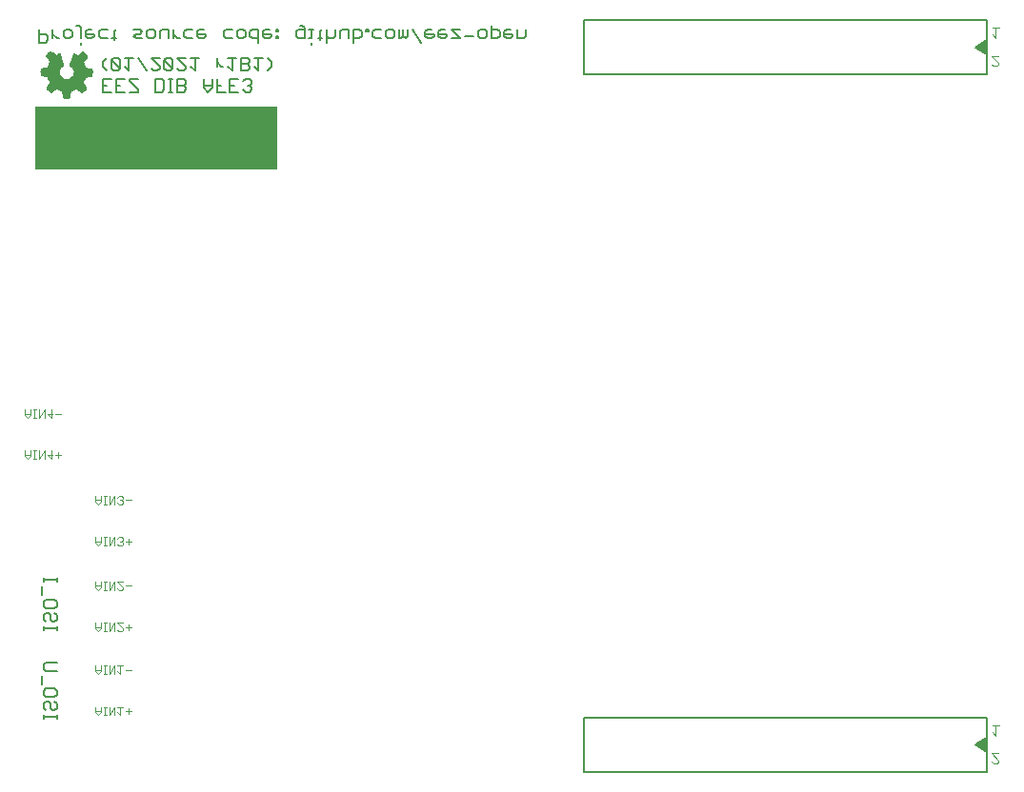
<source format=gbo>
G75*
%MOIN*%
%OFA0B0*%
%FSLAX25Y25*%
%IPPOS*%
%LPD*%
%AMOC8*
5,1,8,0,0,1.08239X$1,22.5*
%
%ADD10C,0.00500*%
%ADD11R,0.85100X0.22250*%
%ADD12R,0.01485X0.00015*%
%ADD13R,0.00045X0.00015*%
%ADD14R,0.00105X0.00015*%
%ADD15R,0.00165X0.00015*%
%ADD16R,0.00225X0.00015*%
%ADD17R,0.00285X0.00015*%
%ADD18R,0.00345X0.00015*%
%ADD19R,0.00405X0.00015*%
%ADD20R,0.00435X0.00015*%
%ADD21R,0.00465X0.00015*%
%ADD22R,0.00495X0.00015*%
%ADD23R,0.00540X0.00015*%
%ADD24R,0.00585X0.00015*%
%ADD25R,0.00645X0.00015*%
%ADD26R,0.00150X0.00015*%
%ADD27R,0.00675X0.00015*%
%ADD28R,0.00195X0.00015*%
%ADD29R,0.00705X0.00015*%
%ADD30R,0.00240X0.00015*%
%ADD31R,0.00735X0.00015*%
%ADD32R,0.00270X0.00015*%
%ADD33R,0.00765X0.00015*%
%ADD34R,0.00300X0.00015*%
%ADD35R,0.00810X0.00015*%
%ADD36R,0.00360X0.00015*%
%ADD37R,0.00855X0.00015*%
%ADD38R,0.00435X0.00015*%
%ADD39R,0.00915X0.00015*%
%ADD40R,0.00465X0.00015*%
%ADD41R,0.00945X0.00015*%
%ADD42R,0.00960X0.00015*%
%ADD43R,0.00525X0.00015*%
%ADD44R,0.00990X0.00015*%
%ADD45R,0.00555X0.00015*%
%ADD46R,0.01035X0.00015*%
%ADD47R,0.00600X0.00015*%
%ADD48R,0.01080X0.00015*%
%ADD49R,0.01125X0.00015*%
%ADD50R,0.01170X0.00015*%
%ADD51R,0.00720X0.00015*%
%ADD52R,0.01200X0.00015*%
%ADD53R,0.00750X0.00015*%
%ADD54R,0.01230X0.00015*%
%ADD55R,0.00780X0.00015*%
%ADD56R,0.01260X0.00015*%
%ADD57R,0.00810X0.00015*%
%ADD58R,0.01305X0.00015*%
%ADD59R,0.01365X0.00015*%
%ADD60R,0.00900X0.00015*%
%ADD61R,0.01395X0.00015*%
%ADD62R,0.01440X0.00015*%
%ADD63R,0.01470X0.00015*%
%ADD64R,0.01005X0.00015*%
%ADD65R,0.01500X0.00015*%
%ADD66R,0.01020X0.00015*%
%ADD67R,0.01530X0.00015*%
%ADD68R,0.01065X0.00015*%
%ADD69R,0.01575X0.00015*%
%ADD70R,0.01095X0.00015*%
%ADD71R,0.01635X0.00015*%
%ADD72R,0.01155X0.00015*%
%ADD73R,0.01680X0.00015*%
%ADD74R,0.01200X0.00015*%
%ADD75R,0.01710X0.00015*%
%ADD76R,0.01230X0.00015*%
%ADD77R,0.01725X0.00015*%
%ADD78R,0.01245X0.00015*%
%ADD79R,0.01755X0.00015*%
%ADD80R,0.01275X0.00015*%
%ADD81R,0.01800X0.00015*%
%ADD82R,0.01320X0.00015*%
%ADD83R,0.01860X0.00015*%
%ADD84R,0.01905X0.00015*%
%ADD85R,0.01410X0.00015*%
%ADD86R,0.01935X0.00015*%
%ADD87R,0.01455X0.00015*%
%ADD88R,0.01965X0.00015*%
%ADD89R,0.01485X0.00015*%
%ADD90R,0.01995X0.00015*%
%ADD91R,0.01515X0.00015*%
%ADD92R,0.02040X0.00015*%
%ADD93R,0.01530X0.00015*%
%ADD94R,0.02070X0.00015*%
%ADD95R,0.01575X0.00015*%
%ADD96R,0.02115X0.00015*%
%ADD97R,0.01620X0.00015*%
%ADD98R,0.02160X0.00015*%
%ADD99R,0.01665X0.00015*%
%ADD100R,0.02190X0.00015*%
%ADD101R,0.00075X0.00015*%
%ADD102R,0.01695X0.00015*%
%ADD103R,0.02220X0.00015*%
%ADD104R,0.00105X0.00015*%
%ADD105R,0.02235X0.00015*%
%ADD106R,0.00135X0.00015*%
%ADD107R,0.01755X0.00015*%
%ADD108R,0.02280X0.00015*%
%ADD109R,0.00180X0.00015*%
%ADD110R,0.01785X0.00015*%
%ADD111R,0.02340X0.00015*%
%ADD112R,0.00240X0.00015*%
%ADD113R,0.01830X0.00015*%
%ADD114R,0.02385X0.00015*%
%ADD115R,0.01890X0.00015*%
%ADD116R,0.02415X0.00015*%
%ADD117R,0.00330X0.00015*%
%ADD118R,0.00120X0.00015*%
%ADD119R,0.01920X0.00015*%
%ADD120R,0.02430X0.00015*%
%ADD121R,0.00375X0.00015*%
%ADD122R,0.02460X0.00015*%
%ADD123R,0.00405X0.00015*%
%ADD124R,0.00195X0.00015*%
%ADD125R,0.01965X0.00015*%
%ADD126R,0.02505X0.00015*%
%ADD127R,0.00210X0.00015*%
%ADD128R,0.02010X0.00015*%
%ADD129R,0.02535X0.00015*%
%ADD130R,0.00480X0.00015*%
%ADD131R,0.02580X0.00015*%
%ADD132R,0.00540X0.00015*%
%ADD133R,0.02085X0.00015*%
%ADD134R,0.02625X0.00015*%
%ADD135R,0.02130X0.00015*%
%ADD136R,0.02670X0.00015*%
%ADD137R,0.00630X0.00015*%
%ADD138R,0.02700X0.00015*%
%ADD139R,0.00660X0.00015*%
%ADD140R,0.00450X0.00015*%
%ADD141R,0.02190X0.00015*%
%ADD142R,0.02715X0.00015*%
%ADD143R,0.02205X0.00015*%
%ADD144R,0.02745X0.00015*%
%ADD145R,0.00510X0.00015*%
%ADD146R,0.02235X0.00015*%
%ADD147R,0.02775X0.00015*%
%ADD148R,0.02820X0.00015*%
%ADD149R,0.02310X0.00015*%
%ADD150R,0.02880X0.00015*%
%ADD151R,0.00855X0.00015*%
%ADD152R,0.02355X0.00015*%
%ADD153R,0.02895X0.00015*%
%ADD154R,0.00870X0.00015*%
%ADD155R,0.00660X0.00015*%
%ADD156R,0.02925X0.00015*%
%ADD157R,0.00690X0.00015*%
%ADD158R,0.02970X0.00015*%
%ADD159R,0.03000X0.00015*%
%ADD160R,0.00750X0.00015*%
%ADD161R,0.03045X0.00015*%
%ADD162R,0.01005X0.00015*%
%ADD163R,0.00780X0.00015*%
%ADD164R,0.02505X0.00015*%
%ADD165R,0.03090X0.00015*%
%ADD166R,0.01050X0.00015*%
%ADD167R,0.00825X0.00015*%
%ADD168R,0.02550X0.00015*%
%ADD169R,0.03135X0.00015*%
%ADD170R,0.01095X0.00015*%
%ADD171R,0.00870X0.00015*%
%ADD172R,0.03165X0.00015*%
%ADD173R,0.01125X0.00015*%
%ADD174R,0.02625X0.00015*%
%ADD175R,0.03195X0.00015*%
%ADD176R,0.01140X0.00015*%
%ADD177R,0.00930X0.00015*%
%ADD178R,0.02655X0.00015*%
%ADD179R,0.03210X0.00015*%
%ADD180R,0.00960X0.00015*%
%ADD181R,0.03240X0.00015*%
%ADD182R,0.02700X0.00015*%
%ADD183R,0.03285X0.00015*%
%ADD184R,0.01245X0.00015*%
%ADD185R,0.02745X0.00015*%
%ADD186R,0.03330X0.00015*%
%ADD187R,0.02790X0.00015*%
%ADD188R,0.03360X0.00015*%
%ADD189R,0.01110X0.00015*%
%ADD190R,0.02835X0.00015*%
%ADD191R,0.03390X0.00015*%
%ADD192R,0.01335X0.00015*%
%ADD193R,0.01140X0.00015*%
%ADD194R,0.02865X0.00015*%
%ADD195R,0.03420X0.00015*%
%ADD196R,0.01155X0.00015*%
%ADD197R,0.04905X0.00015*%
%ADD198R,0.04920X0.00015*%
%ADD199R,0.02940X0.00015*%
%ADD200R,0.04950X0.00015*%
%ADD201R,0.02985X0.00015*%
%ADD202R,0.04965X0.00015*%
%ADD203R,0.01275X0.00015*%
%ADD204R,0.03015X0.00015*%
%ADD205R,0.04980X0.00015*%
%ADD206R,0.03045X0.00015*%
%ADD207R,0.05010X0.00015*%
%ADD208R,0.01335X0.00015*%
%ADD209R,0.03075X0.00015*%
%ADD210R,0.01350X0.00015*%
%ADD211R,0.03105X0.00015*%
%ADD212R,0.05040X0.00015*%
%ADD213R,0.01380X0.00015*%
%ADD214R,0.05040X0.00015*%
%ADD215R,0.01410X0.00015*%
%ADD216R,0.03180X0.00015*%
%ADD217R,0.05070X0.00015*%
%ADD218R,0.03225X0.00015*%
%ADD219R,0.03255X0.00015*%
%ADD220R,0.05085X0.00015*%
%ADD221R,0.01515X0.00015*%
%ADD222R,0.03300X0.00015*%
%ADD223R,0.05100X0.00015*%
%ADD224R,0.04935X0.00015*%
%ADD225R,0.05115X0.00015*%
%ADD226R,0.04995X0.00015*%
%ADD227R,0.05130X0.00015*%
%ADD228R,0.05010X0.00015*%
%ADD229R,0.05130X0.00015*%
%ADD230R,0.05010X0.00015*%
%ADD231R,0.05025X0.00015*%
%ADD232R,0.05040X0.00015*%
%ADD233R,0.05055X0.00015*%
%ADD234R,0.05130X0.00015*%
%ADD235R,0.05085X0.00015*%
%ADD236R,0.05115X0.00015*%
%ADD237R,0.05145X0.00015*%
%ADD238R,0.05160X0.00015*%
%ADD239R,0.05130X0.00015*%
%ADD240R,0.05190X0.00015*%
%ADD241R,0.05190X0.00015*%
%ADD242R,0.05205X0.00015*%
%ADD243R,0.05220X0.00015*%
%ADD244R,0.05070X0.00015*%
%ADD245R,0.05085X0.00015*%
%ADD246R,0.05205X0.00015*%
%ADD247R,0.05220X0.00015*%
%ADD248R,0.05055X0.00015*%
%ADD249R,0.05025X0.00015*%
%ADD250R,0.05205X0.00015*%
%ADD251R,0.05025X0.00015*%
%ADD252R,0.05190X0.00015*%
%ADD253R,0.05190X0.00015*%
%ADD254R,0.04995X0.00015*%
%ADD255R,0.05175X0.00015*%
%ADD256R,0.04950X0.00015*%
%ADD257R,0.05145X0.00015*%
%ADD258R,0.05145X0.00015*%
%ADD259R,0.04920X0.00015*%
%ADD260R,0.04905X0.00015*%
%ADD261R,0.04905X0.00015*%
%ADD262R,0.05115X0.00015*%
%ADD263R,0.04890X0.00015*%
%ADD264R,0.04890X0.00015*%
%ADD265R,0.04875X0.00015*%
%ADD266R,0.04845X0.00015*%
%ADD267R,0.04830X0.00015*%
%ADD268R,0.04830X0.00015*%
%ADD269R,0.05070X0.00015*%
%ADD270R,0.04830X0.00015*%
%ADD271R,0.04815X0.00015*%
%ADD272R,0.04800X0.00015*%
%ADD273R,0.04800X0.00015*%
%ADD274R,0.05010X0.00015*%
%ADD275R,0.04785X0.00015*%
%ADD276R,0.04770X0.00015*%
%ADD277R,0.04770X0.00015*%
%ADD278R,0.04755X0.00015*%
%ADD279R,0.04740X0.00015*%
%ADD280R,0.04725X0.00015*%
%ADD281R,0.04725X0.00015*%
%ADD282R,0.04980X0.00015*%
%ADD283R,0.04710X0.00015*%
%ADD284R,0.04725X0.00015*%
%ADD285R,0.04710X0.00015*%
%ADD286R,0.04695X0.00015*%
%ADD287R,0.04680X0.00015*%
%ADD288R,0.04695X0.00015*%
%ADD289R,0.04680X0.00015*%
%ADD290R,0.04905X0.00015*%
%ADD291R,0.04665X0.00015*%
%ADD292R,0.04650X0.00015*%
%ADD293R,0.04635X0.00015*%
%ADD294R,0.04620X0.00015*%
%ADD295R,0.04620X0.00015*%
%ADD296R,0.04890X0.00015*%
%ADD297R,0.04605X0.00015*%
%ADD298R,0.04605X0.00015*%
%ADD299R,0.04590X0.00015*%
%ADD300R,0.04845X0.00015*%
%ADD301R,0.04575X0.00015*%
%ADD302R,0.04590X0.00015*%
%ADD303R,0.04575X0.00015*%
%ADD304R,0.04845X0.00015*%
%ADD305R,0.04560X0.00015*%
%ADD306R,0.04545X0.00015*%
%ADD307R,0.04530X0.00015*%
%ADD308R,0.04515X0.00015*%
%ADD309R,0.04530X0.00015*%
%ADD310R,0.04500X0.00015*%
%ADD311R,0.04515X0.00015*%
%ADD312R,0.04785X0.00015*%
%ADD313R,0.04485X0.00015*%
%ADD314R,0.04755X0.00015*%
%ADD315R,0.04470X0.00015*%
%ADD316R,0.04740X0.00015*%
%ADD317R,0.04485X0.00015*%
%ADD318R,0.04755X0.00015*%
%ADD319R,0.04545X0.00015*%
%ADD320R,0.04695X0.00015*%
%ADD321R,0.04680X0.00015*%
%ADD322R,0.04665X0.00015*%
%ADD323R,0.04725X0.00015*%
%ADD324R,0.04680X0.00015*%
%ADD325R,0.04860X0.00015*%
%ADD326R,0.04740X0.00015*%
%ADD327R,0.04875X0.00015*%
%ADD328R,0.04965X0.00015*%
%ADD329R,0.04860X0.00015*%
%ADD330R,0.04995X0.00015*%
%ADD331R,0.04875X0.00015*%
%ADD332R,0.04980X0.00015*%
%ADD333R,0.05235X0.00015*%
%ADD334R,0.05235X0.00015*%
%ADD335R,0.05250X0.00015*%
%ADD336R,0.05280X0.00015*%
%ADD337R,0.05295X0.00015*%
%ADD338R,0.05325X0.00015*%
%ADD339R,0.05340X0.00015*%
%ADD340R,0.05235X0.00015*%
%ADD341R,0.05355X0.00015*%
%ADD342R,0.05370X0.00015*%
%ADD343R,0.05265X0.00015*%
%ADD344R,0.05370X0.00015*%
%ADD345R,0.05280X0.00015*%
%ADD346R,0.05385X0.00015*%
%ADD347R,0.05295X0.00015*%
%ADD348R,0.05400X0.00015*%
%ADD349R,0.05415X0.00015*%
%ADD350R,0.05310X0.00015*%
%ADD351R,0.05430X0.00015*%
%ADD352R,0.05445X0.00015*%
%ADD353R,0.05460X0.00015*%
%ADD354R,0.05355X0.00015*%
%ADD355R,0.05475X0.00015*%
%ADD356R,0.05505X0.00015*%
%ADD357R,0.05520X0.00015*%
%ADD358R,0.05535X0.00015*%
%ADD359R,0.05550X0.00015*%
%ADD360R,0.05550X0.00015*%
%ADD361R,0.05475X0.00015*%
%ADD362R,0.05490X0.00015*%
%ADD363R,0.05475X0.00015*%
%ADD364R,0.05385X0.00015*%
%ADD365R,0.05370X0.00015*%
%ADD366R,0.05325X0.00015*%
%ADD367R,0.05310X0.00015*%
%ADD368R,0.05265X0.00015*%
%ADD369R,0.05175X0.00015*%
%ADD370R,0.04980X0.00015*%
%ADD371R,0.04965X0.00015*%
%ADD372R,0.04860X0.00015*%
%ADD373R,0.04845X0.00015*%
%ADD374R,0.04815X0.00015*%
%ADD375R,0.04770X0.00015*%
%ADD376R,0.05295X0.00015*%
%ADD377R,0.04635X0.00015*%
%ADD378R,0.05610X0.00015*%
%ADD379R,0.05700X0.00015*%
%ADD380R,0.05760X0.00015*%
%ADD381R,0.05805X0.00015*%
%ADD382R,0.05850X0.00015*%
%ADD383R,0.05895X0.00015*%
%ADD384R,0.06000X0.00015*%
%ADD385R,0.06135X0.00015*%
%ADD386R,0.06225X0.00015*%
%ADD387R,0.06300X0.00015*%
%ADD388R,0.06330X0.00015*%
%ADD389R,0.06375X0.00015*%
%ADD390R,0.06450X0.00015*%
%ADD391R,0.06570X0.00015*%
%ADD392R,0.05565X0.00015*%
%ADD393R,0.06690X0.00015*%
%ADD394R,0.06735X0.00015*%
%ADD395R,0.05790X0.00015*%
%ADD396R,0.06765X0.00015*%
%ADD397R,0.05850X0.00015*%
%ADD398R,0.06780X0.00015*%
%ADD399R,0.05895X0.00015*%
%ADD400R,0.06795X0.00015*%
%ADD401R,0.05955X0.00015*%
%ADD402R,0.06810X0.00015*%
%ADD403R,0.06060X0.00015*%
%ADD404R,0.06195X0.00015*%
%ADD405R,0.06825X0.00015*%
%ADD406R,0.06330X0.00015*%
%ADD407R,0.06840X0.00015*%
%ADD408R,0.06390X0.00015*%
%ADD409R,0.06495X0.00015*%
%ADD410R,0.06840X0.00015*%
%ADD411R,0.06555X0.00015*%
%ADD412R,0.06825X0.00015*%
%ADD413R,0.06645X0.00015*%
%ADD414R,0.06825X0.00015*%
%ADD415R,0.06705X0.00015*%
%ADD416R,0.06705X0.00015*%
%ADD417R,0.06810X0.00015*%
%ADD418R,0.06720X0.00015*%
%ADD419R,0.06795X0.00015*%
%ADD420R,0.06750X0.00015*%
%ADD421R,0.06765X0.00015*%
%ADD422R,0.06795X0.00015*%
%ADD423R,0.06780X0.00015*%
%ADD424R,0.06780X0.00015*%
%ADD425R,0.06750X0.00015*%
%ADD426R,0.06720X0.00015*%
%ADD427R,0.06720X0.00015*%
%ADD428R,0.06705X0.00015*%
%ADD429R,0.06705X0.00015*%
%ADD430R,0.06690X0.00015*%
%ADD431R,0.06675X0.00015*%
%ADD432R,0.06690X0.00015*%
%ADD433R,0.06675X0.00015*%
%ADD434R,0.06675X0.00015*%
%ADD435R,0.06660X0.00015*%
%ADD436R,0.06675X0.00015*%
%ADD437R,0.06660X0.00015*%
%ADD438R,0.06660X0.00015*%
%ADD439R,0.06645X0.00015*%
%ADD440R,0.06630X0.00015*%
%ADD441R,0.06660X0.00015*%
%ADD442R,0.06630X0.00015*%
%ADD443R,0.06645X0.00015*%
%ADD444R,0.06735X0.00015*%
%ADD445R,0.06765X0.00015*%
%ADD446R,0.06780X0.00015*%
%ADD447R,0.06825X0.00015*%
%ADD448R,0.06855X0.00015*%
%ADD449R,0.06855X0.00015*%
%ADD450R,0.06870X0.00015*%
%ADD451R,0.06885X0.00015*%
%ADD452R,0.06525X0.00015*%
%ADD453R,0.06405X0.00015*%
%ADD454R,0.06255X0.00015*%
%ADD455R,0.06165X0.00015*%
%ADD456R,0.06870X0.00015*%
%ADD457R,0.06120X0.00015*%
%ADD458R,0.06885X0.00015*%
%ADD459R,0.06060X0.00015*%
%ADD460R,0.06015X0.00015*%
%ADD461R,0.05910X0.00015*%
%ADD462R,0.05670X0.00015*%
%ADD463R,0.05595X0.00015*%
%ADD464R,0.06585X0.00015*%
%ADD465R,0.05160X0.00015*%
%ADD466R,0.06390X0.00015*%
%ADD467R,0.05025X0.00015*%
%ADD468R,0.06330X0.00015*%
%ADD469R,0.06075X0.00015*%
%ADD470R,0.05820X0.00015*%
%ADD471R,0.05775X0.00015*%
%ADD472R,0.05685X0.00015*%
%ADD473R,0.05460X0.00015*%
%ADD474R,0.04860X0.00015*%
%ADD475R,0.04935X0.00015*%
%ADD476R,0.05160X0.00015*%
%ADD477R,0.05325X0.00015*%
%ADD478R,0.05340X0.00015*%
%ADD479R,0.05355X0.00015*%
%ADD480R,0.05430X0.00015*%
%ADD481R,0.05535X0.00015*%
%ADD482R,0.05595X0.00015*%
%ADD483R,0.05640X0.00015*%
%ADD484R,0.05640X0.00015*%
%ADD485R,0.05670X0.00015*%
%ADD486R,0.05685X0.00015*%
%ADD487R,0.05700X0.00015*%
%ADD488R,0.05715X0.00015*%
%ADD489R,0.05715X0.00015*%
%ADD490R,0.05730X0.00015*%
%ADD491R,0.05745X0.00015*%
%ADD492R,0.05760X0.00015*%
%ADD493R,0.06000X0.00015*%
%ADD494R,0.06105X0.00015*%
%ADD495R,0.06180X0.00015*%
%ADD496R,0.06210X0.00015*%
%ADD497R,0.12690X0.00015*%
%ADD498R,0.12675X0.00015*%
%ADD499R,0.12660X0.00015*%
%ADD500R,0.12660X0.00015*%
%ADD501R,0.12645X0.00015*%
%ADD502R,0.12615X0.00015*%
%ADD503R,0.12600X0.00015*%
%ADD504R,0.12585X0.00015*%
%ADD505R,0.12555X0.00015*%
%ADD506R,0.12540X0.00015*%
%ADD507R,0.12525X0.00015*%
%ADD508R,0.12510X0.00015*%
%ADD509R,0.12510X0.00015*%
%ADD510R,0.12480X0.00015*%
%ADD511R,0.12450X0.00015*%
%ADD512R,0.12435X0.00015*%
%ADD513R,0.12420X0.00015*%
%ADD514R,0.12390X0.00015*%
%ADD515R,0.12375X0.00015*%
%ADD516R,0.12360X0.00015*%
%ADD517R,0.12330X0.00015*%
%ADD518R,0.12300X0.00015*%
%ADD519R,0.12285X0.00015*%
%ADD520R,0.12270X0.00015*%
%ADD521R,0.12255X0.00015*%
%ADD522R,0.12240X0.00015*%
%ADD523R,0.12225X0.00015*%
%ADD524R,0.12195X0.00015*%
%ADD525R,0.12165X0.00015*%
%ADD526R,0.12150X0.00015*%
%ADD527R,0.12135X0.00015*%
%ADD528R,0.12120X0.00015*%
%ADD529R,0.12090X0.00015*%
%ADD530R,0.12075X0.00015*%
%ADD531R,0.12060X0.00015*%
%ADD532R,0.12045X0.00015*%
%ADD533R,0.12015X0.00015*%
%ADD534R,0.12000X0.00015*%
%ADD535R,0.11985X0.00015*%
%ADD536R,0.11955X0.00015*%
%ADD537R,0.11940X0.00015*%
%ADD538R,0.11925X0.00015*%
%ADD539R,0.11910X0.00015*%
%ADD540R,0.11910X0.00015*%
%ADD541R,0.11880X0.00015*%
%ADD542R,0.11850X0.00015*%
%ADD543R,0.11835X0.00015*%
%ADD544R,0.11805X0.00015*%
%ADD545R,0.11775X0.00015*%
%ADD546R,0.11760X0.00015*%
%ADD547R,0.11745X0.00015*%
%ADD548R,0.11730X0.00015*%
%ADD549R,0.11700X0.00015*%
%ADD550R,0.11700X0.00015*%
%ADD551R,0.11685X0.00015*%
%ADD552R,0.11655X0.00015*%
%ADD553R,0.11640X0.00015*%
%ADD554R,0.11625X0.00015*%
%ADD555R,0.11625X0.00015*%
%ADD556R,0.11670X0.00015*%
%ADD557R,0.11715X0.00015*%
%ADD558R,0.11790X0.00015*%
%ADD559R,0.11820X0.00015*%
%ADD560R,0.11820X0.00015*%
%ADD561R,0.11880X0.00015*%
%ADD562R,0.11895X0.00015*%
%ADD563R,0.11970X0.00015*%
%ADD564R,0.12045X0.00015*%
%ADD565R,0.12075X0.00015*%
%ADD566R,0.12105X0.00015*%
%ADD567R,0.12135X0.00015*%
%ADD568R,0.12165X0.00015*%
%ADD569R,0.12180X0.00015*%
%ADD570R,0.12195X0.00015*%
%ADD571R,0.12210X0.00015*%
%ADD572R,0.12225X0.00015*%
%ADD573R,0.12255X0.00015*%
%ADD574R,0.12360X0.00015*%
%ADD575R,0.12390X0.00015*%
%ADD576R,0.12405X0.00015*%
%ADD577R,0.12435X0.00015*%
%ADD578R,0.12480X0.00015*%
%ADD579R,0.12480X0.00015*%
%ADD580R,0.12510X0.00015*%
%ADD581R,0.12570X0.00015*%
%ADD582R,0.12630X0.00015*%
%ADD583R,0.12675X0.00015*%
%ADD584R,0.12705X0.00015*%
%ADD585R,0.12735X0.00015*%
%ADD586R,0.12750X0.00015*%
%ADD587R,0.12780X0.00015*%
%ADD588R,0.12795X0.00015*%
%ADD589R,0.12810X0.00015*%
%ADD590R,0.12840X0.00015*%
%ADD591R,0.12855X0.00015*%
%ADD592R,0.12885X0.00015*%
%ADD593R,0.12900X0.00015*%
%ADD594R,0.12915X0.00015*%
%ADD595R,0.12945X0.00015*%
%ADD596R,0.12960X0.00015*%
%ADD597R,0.12990X0.00015*%
%ADD598R,0.13005X0.00015*%
%ADD599R,0.13020X0.00015*%
%ADD600R,0.13035X0.00015*%
%ADD601R,0.13065X0.00015*%
%ADD602R,0.13080X0.00015*%
%ADD603R,0.13110X0.00015*%
%ADD604R,0.13125X0.00015*%
%ADD605R,0.13155X0.00015*%
%ADD606R,0.13170X0.00015*%
%ADD607R,0.13200X0.00015*%
%ADD608R,0.13230X0.00015*%
%ADD609R,0.13260X0.00015*%
%ADD610R,0.13290X0.00015*%
%ADD611R,0.13320X0.00015*%
%ADD612R,0.13350X0.00015*%
%ADD613R,0.13365X0.00015*%
%ADD614R,0.13395X0.00015*%
%ADD615R,0.13425X0.00015*%
%ADD616R,0.13455X0.00015*%
%ADD617R,0.13470X0.00015*%
%ADD618R,0.13500X0.00015*%
%ADD619R,0.13530X0.00015*%
%ADD620R,0.13560X0.00015*%
%ADD621R,0.13575X0.00015*%
%ADD622R,0.13605X0.00015*%
%ADD623R,0.13635X0.00015*%
%ADD624R,0.13650X0.00015*%
%ADD625R,0.13680X0.00015*%
%ADD626R,0.13695X0.00015*%
%ADD627R,0.13725X0.00015*%
%ADD628R,0.13740X0.00015*%
%ADD629R,0.13770X0.00015*%
%ADD630R,0.13785X0.00015*%
%ADD631R,0.13800X0.00015*%
%ADD632R,0.13830X0.00015*%
%ADD633R,0.13860X0.00015*%
%ADD634R,0.13875X0.00015*%
%ADD635R,0.13905X0.00015*%
%ADD636R,0.13935X0.00015*%
%ADD637R,0.13950X0.00015*%
%ADD638R,0.13980X0.00015*%
%ADD639R,0.14010X0.00015*%
%ADD640R,0.14025X0.00015*%
%ADD641R,0.14055X0.00015*%
%ADD642R,0.14070X0.00015*%
%ADD643R,0.14085X0.00015*%
%ADD644R,0.14115X0.00015*%
%ADD645R,0.14145X0.00015*%
%ADD646R,0.14160X0.00015*%
%ADD647R,0.14190X0.00015*%
%ADD648R,0.14205X0.00015*%
%ADD649R,0.14220X0.00015*%
%ADD650R,0.14235X0.00015*%
%ADD651R,0.14265X0.00015*%
%ADD652R,0.14280X0.00015*%
%ADD653R,0.14295X0.00015*%
%ADD654R,0.14295X0.00015*%
%ADD655R,0.14250X0.00015*%
%ADD656R,0.14205X0.00015*%
%ADD657R,0.14175X0.00015*%
%ADD658R,0.14160X0.00015*%
%ADD659R,0.14130X0.00015*%
%ADD660R,0.14100X0.00015*%
%ADD661R,0.14040X0.00015*%
%ADD662R,0.14010X0.00015*%
%ADD663R,0.03465X0.00015*%
%ADD664R,0.10440X0.00015*%
%ADD665R,0.03420X0.00015*%
%ADD666R,0.10395X0.00015*%
%ADD667R,0.03375X0.00015*%
%ADD668R,0.10335X0.00015*%
%ADD669R,0.03570X0.00015*%
%ADD670R,0.06600X0.00015*%
%ADD671R,0.03525X0.00015*%
%ADD672R,0.03270X0.00015*%
%ADD673R,0.03495X0.00015*%
%ADD674R,0.03210X0.00015*%
%ADD675R,0.06480X0.00015*%
%ADD676R,0.03435X0.00015*%
%ADD677R,0.03165X0.00015*%
%ADD678R,0.03390X0.00015*%
%ADD679R,0.03120X0.00015*%
%ADD680R,0.06315X0.00015*%
%ADD681R,0.03345X0.00015*%
%ADD682R,0.03090X0.00015*%
%ADD683R,0.03075X0.00015*%
%ADD684R,0.06225X0.00015*%
%ADD685R,0.03270X0.00015*%
%ADD686R,0.06180X0.00015*%
%ADD687R,0.02970X0.00015*%
%ADD688R,0.06075X0.00015*%
%ADD689R,0.03195X0.00015*%
%ADD690R,0.02925X0.00015*%
%ADD691R,0.05985X0.00015*%
%ADD692R,0.03135X0.00015*%
%ADD693R,0.02850X0.00015*%
%ADD694R,0.05835X0.00015*%
%ADD695R,0.03030X0.00015*%
%ADD696R,0.02805X0.00015*%
%ADD697R,0.02730X0.00015*%
%ADD698R,0.05625X0.00015*%
%ADD699R,0.02925X0.00015*%
%ADD700R,0.02640X0.00015*%
%ADD701R,0.02595X0.00015*%
%ADD702R,0.02565X0.00015*%
%ADD703R,0.02760X0.00015*%
%ADD704R,0.02520X0.00015*%
%ADD705R,0.02730X0.00015*%
%ADD706R,0.02475X0.00015*%
%ADD707R,0.02685X0.00015*%
%ADD708R,0.02445X0.00015*%
%ADD709R,0.02400X0.00015*%
%ADD710R,0.02370X0.00015*%
%ADD711R,0.02565X0.00015*%
%ADD712R,0.02340X0.00015*%
%ADD713R,0.02325X0.00015*%
%ADD714R,0.02505X0.00015*%
%ADD715R,0.02280X0.00015*%
%ADD716R,0.02460X0.00015*%
%ADD717R,0.04560X0.00015*%
%ADD718R,0.02190X0.00015*%
%ADD719R,0.04440X0.00015*%
%ADD720R,0.02370X0.00015*%
%ADD721R,0.02145X0.00015*%
%ADD722R,0.04365X0.00015*%
%ADD723R,0.04320X0.00015*%
%ADD724R,0.02310X0.00015*%
%ADD725R,0.02100X0.00015*%
%ADD726R,0.04260X0.00015*%
%ADD727R,0.04200X0.00015*%
%ADD728R,0.02265X0.00015*%
%ADD729R,0.02040X0.00015*%
%ADD730R,0.04095X0.00015*%
%ADD731R,0.02220X0.00015*%
%ADD732R,0.03915X0.00015*%
%ADD733R,0.02175X0.00015*%
%ADD734R,0.03765X0.00015*%
%ADD735R,0.03675X0.00015*%
%ADD736R,0.01890X0.00015*%
%ADD737R,0.03615X0.00015*%
%ADD738R,0.02055X0.00015*%
%ADD739R,0.01860X0.00015*%
%ADD740R,0.03555X0.00015*%
%ADD741R,0.01815X0.00015*%
%ADD742R,0.03450X0.00015*%
%ADD743R,0.01725X0.00015*%
%ADD744R,0.03315X0.00015*%
%ADD745R,0.01905X0.00015*%
%ADD746R,0.01680X0.00015*%
%ADD747R,0.01650X0.00015*%
%ADD748R,0.01620X0.00015*%
%ADD749R,0.01590X0.00015*%
%ADD750R,0.01770X0.00015*%
%ADD751R,0.01560X0.00015*%
%ADD752R,0.03240X0.00015*%
%ADD753R,0.01740X0.00015*%
%ADD754R,0.01665X0.00015*%
%ADD755R,0.01455X0.00015*%
%ADD756R,0.01635X0.00015*%
%ADD757R,0.01410X0.00015*%
%ADD758R,0.01395X0.00015*%
%ADD759R,0.01365X0.00015*%
%ADD760R,0.01335X0.00015*%
%ADD761R,0.01290X0.00015*%
%ADD762R,0.03210X0.00015*%
%ADD763R,0.01455X0.00015*%
%ADD764R,0.01185X0.00015*%
%ADD765R,0.01290X0.00015*%
%ADD766R,0.01110X0.00015*%
%ADD767R,0.01260X0.00015*%
%ADD768R,0.03180X0.00015*%
%ADD769R,0.00975X0.00015*%
%ADD770R,0.03150X0.00015*%
%ADD771R,0.00885X0.00015*%
%ADD772R,0.03150X0.00015*%
%ADD773R,0.01050X0.00015*%
%ADD774R,0.00795X0.00015*%
%ADD775R,0.00885X0.00015*%
%ADD776R,0.00690X0.00015*%
%ADD777R,0.00840X0.00015*%
%ADD778R,0.00570X0.00015*%
%ADD779R,0.00525X0.00015*%
%ADD780R,0.03105X0.00015*%
%ADD781R,0.00660X0.00015*%
%ADD782R,0.00615X0.00015*%
%ADD783R,0.00420X0.00015*%
%ADD784R,0.00555X0.00015*%
%ADD785R,0.00390X0.00015*%
%ADD786R,0.00525X0.00015*%
%ADD787R,0.00360X0.00015*%
%ADD788R,0.00495X0.00015*%
%ADD789R,0.03075X0.00015*%
%ADD790R,0.00450X0.00015*%
%ADD791R,0.00225X0.00015*%
%ADD792R,0.00345X0.00015*%
%ADD793R,0.00255X0.00015*%
%ADD794R,0.03060X0.00015*%
%ADD795R,0.00180X0.00015*%
%ADD796R,0.00075X0.00015*%
%ADD797R,0.03000X0.00015*%
%ADD798R,0.02955X0.00015*%
%ADD799R,0.02940X0.00015*%
%ADD800R,0.02940X0.00015*%
%ADD801R,0.02910X0.00015*%
%ADD802R,0.02910X0.00015*%
%ADD803R,0.02865X0.00015*%
%ADD804R,0.02805X0.00015*%
%ADD805R,0.02775X0.00015*%
%ADD806R,0.02760X0.00015*%
%ADD807R,0.02655X0.00015*%
%ADD808R,0.02640X0.00015*%
%ADD809R,0.02610X0.00015*%
%ADD810R,0.02595X0.00015*%
%ADD811R,0.02535X0.00015*%
%ADD812R,0.02475X0.00015*%
%ADD813R,0.02175X0.00015*%
%ADD814R,0.01575X0.00015*%
%ADD815C,0.00300*%
%ADD816C,0.00800*%
%ADD817C,0.00400*%
D10*
X0020999Y0042431D02*
X0020999Y0043932D01*
X0020999Y0043182D02*
X0025503Y0043182D01*
X0025503Y0043932D02*
X0025503Y0042431D01*
X0024752Y0045500D02*
X0024001Y0045500D01*
X0023251Y0046251D01*
X0023251Y0047752D01*
X0022500Y0048503D01*
X0021749Y0048503D01*
X0020999Y0047752D01*
X0020999Y0046251D01*
X0021749Y0045500D01*
X0024752Y0045500D02*
X0025503Y0046251D01*
X0025503Y0047752D01*
X0024752Y0048503D01*
X0024752Y0050104D02*
X0021749Y0050104D01*
X0020999Y0050855D01*
X0020999Y0052356D01*
X0021749Y0053107D01*
X0024752Y0053107D01*
X0025503Y0052356D01*
X0025503Y0050855D01*
X0024752Y0050104D01*
X0020248Y0054708D02*
X0020248Y0057711D01*
X0021749Y0059312D02*
X0020999Y0060063D01*
X0020999Y0061564D01*
X0021749Y0062315D01*
X0025503Y0062315D01*
X0025503Y0059312D02*
X0021749Y0059312D01*
X0020999Y0073531D02*
X0020999Y0075032D01*
X0020999Y0074282D02*
X0025503Y0074282D01*
X0025503Y0075032D02*
X0025503Y0073531D01*
X0024752Y0076600D02*
X0024001Y0076600D01*
X0023251Y0077351D01*
X0023251Y0078852D01*
X0022500Y0079603D01*
X0021749Y0079603D01*
X0020999Y0078852D01*
X0020999Y0077351D01*
X0021749Y0076600D01*
X0024752Y0076600D02*
X0025503Y0077351D01*
X0025503Y0078852D01*
X0024752Y0079603D01*
X0024752Y0081204D02*
X0021749Y0081204D01*
X0020999Y0081955D01*
X0020999Y0083456D01*
X0021749Y0084207D01*
X0024752Y0084207D01*
X0025503Y0083456D01*
X0025503Y0081955D01*
X0024752Y0081204D01*
X0020248Y0085808D02*
X0020248Y0088811D01*
X0020999Y0090412D02*
X0020999Y0091913D01*
X0020999Y0091163D02*
X0025503Y0091163D01*
X0025503Y0091913D02*
X0025503Y0090412D01*
X0346973Y0033461D02*
X0350973Y0035961D01*
X0350973Y0030961D01*
X0346973Y0033461D01*
X0347283Y0033654D02*
X0350973Y0033654D01*
X0350973Y0033156D02*
X0347461Y0033156D01*
X0348259Y0032657D02*
X0350973Y0032657D01*
X0350973Y0032159D02*
X0349056Y0032159D01*
X0349854Y0031660D02*
X0350973Y0031660D01*
X0350973Y0031162D02*
X0350651Y0031162D01*
X0350973Y0034153D02*
X0348081Y0034153D01*
X0348878Y0034651D02*
X0350973Y0034651D01*
X0350973Y0035150D02*
X0349676Y0035150D01*
X0350474Y0035648D02*
X0350973Y0035648D01*
X0093721Y0262794D02*
X0092970Y0262043D01*
X0091469Y0262043D01*
X0090718Y0262794D01*
X0089117Y0262043D02*
X0086114Y0262043D01*
X0086114Y0266547D01*
X0089117Y0266547D01*
X0090718Y0265796D02*
X0091469Y0266547D01*
X0092970Y0266547D01*
X0093721Y0265796D01*
X0093721Y0265046D01*
X0092970Y0264295D01*
X0092219Y0264295D01*
X0092970Y0264295D02*
X0093721Y0263544D01*
X0093721Y0262794D01*
X0087615Y0264295D02*
X0086114Y0264295D01*
X0084513Y0262043D02*
X0081510Y0262043D01*
X0081510Y0266547D01*
X0079909Y0266547D02*
X0079909Y0263544D01*
X0078407Y0262043D01*
X0076906Y0263544D01*
X0076906Y0266547D01*
X0076906Y0264295D02*
X0079909Y0264295D01*
X0081510Y0264295D02*
X0083011Y0264295D01*
X0086848Y0269543D02*
X0086848Y0274047D01*
X0085347Y0274047D02*
X0088349Y0274047D01*
X0089951Y0274047D02*
X0092203Y0274047D01*
X0092953Y0273296D01*
X0092953Y0272546D01*
X0092203Y0271795D01*
X0089951Y0271795D01*
X0092203Y0271795D02*
X0092953Y0271044D01*
X0092953Y0270294D01*
X0092203Y0269543D01*
X0089951Y0269543D01*
X0089951Y0274047D01*
X0094555Y0274047D02*
X0097557Y0274047D01*
X0096056Y0274047D02*
X0096056Y0269543D01*
X0094555Y0271044D01*
X0099159Y0269543D02*
X0100660Y0271044D01*
X0100660Y0272546D01*
X0099159Y0274047D01*
X0096080Y0279393D02*
X0096080Y0283897D01*
X0093828Y0283897D01*
X0093078Y0283146D01*
X0093078Y0281645D01*
X0093828Y0280894D01*
X0096080Y0280894D01*
X0097682Y0281645D02*
X0098432Y0280894D01*
X0099934Y0280894D01*
X0100684Y0281645D01*
X0100684Y0282396D01*
X0097682Y0282396D01*
X0097682Y0283146D02*
X0097682Y0281645D01*
X0097682Y0283146D02*
X0098432Y0283897D01*
X0099934Y0283897D01*
X0102286Y0283897D02*
X0102286Y0283146D01*
X0103036Y0283146D01*
X0103036Y0283897D01*
X0102286Y0283897D01*
X0102286Y0281645D02*
X0102286Y0280894D01*
X0103036Y0280894D01*
X0103036Y0281645D01*
X0102286Y0281645D01*
X0109191Y0281645D02*
X0109191Y0283146D01*
X0109942Y0283897D01*
X0112194Y0283897D01*
X0112194Y0284647D02*
X0112194Y0280894D01*
X0109942Y0280894D01*
X0109191Y0281645D01*
X0110693Y0285398D02*
X0111443Y0285398D01*
X0112194Y0284647D01*
X0113795Y0283897D02*
X0115297Y0283897D01*
X0114546Y0283897D02*
X0114546Y0280894D01*
X0113795Y0280894D01*
X0114546Y0279393D02*
X0114546Y0278642D01*
X0116865Y0280894D02*
X0118366Y0280894D01*
X0117615Y0280144D02*
X0117615Y0283146D01*
X0118366Y0283897D01*
X0119934Y0283897D02*
X0119934Y0279393D01*
X0120685Y0280894D02*
X0122186Y0280894D01*
X0122937Y0281645D01*
X0122937Y0283897D01*
X0124538Y0283146D02*
X0124538Y0280894D01*
X0124538Y0283146D02*
X0125289Y0283897D01*
X0127540Y0283897D01*
X0127540Y0280894D01*
X0129142Y0280894D02*
X0131394Y0280894D01*
X0132144Y0281645D01*
X0132144Y0283146D01*
X0131394Y0283897D01*
X0129142Y0283897D01*
X0129142Y0279393D01*
X0120685Y0280894D02*
X0119934Y0281645D01*
X0133746Y0283146D02*
X0134496Y0283146D01*
X0134496Y0283897D01*
X0133746Y0283897D01*
X0133746Y0283146D01*
X0136048Y0283146D02*
X0136048Y0281645D01*
X0136798Y0280894D01*
X0139050Y0280894D01*
X0140652Y0281645D02*
X0140652Y0283146D01*
X0141402Y0283897D01*
X0142904Y0283897D01*
X0143654Y0283146D01*
X0143654Y0281645D01*
X0142904Y0280894D01*
X0141402Y0280894D01*
X0140652Y0281645D01*
X0139050Y0283897D02*
X0136798Y0283897D01*
X0136048Y0283146D01*
X0145256Y0283897D02*
X0145256Y0280894D01*
X0146006Y0280894D01*
X0146757Y0281645D01*
X0147507Y0280894D01*
X0148258Y0281645D01*
X0148258Y0283897D01*
X0146757Y0283897D02*
X0146757Y0281645D01*
X0149859Y0283897D02*
X0152862Y0279393D01*
X0154463Y0281645D02*
X0155214Y0280894D01*
X0156715Y0280894D01*
X0157466Y0281645D01*
X0157466Y0282396D01*
X0154463Y0282396D01*
X0154463Y0283146D02*
X0154463Y0281645D01*
X0154463Y0283146D02*
X0155214Y0283897D01*
X0156715Y0283897D01*
X0159067Y0283146D02*
X0159067Y0281645D01*
X0159818Y0280894D01*
X0161319Y0280894D01*
X0162070Y0281645D01*
X0162070Y0282396D01*
X0159067Y0282396D01*
X0159067Y0283146D02*
X0159818Y0283897D01*
X0161319Y0283897D01*
X0163671Y0283897D02*
X0166674Y0283897D01*
X0168275Y0281645D02*
X0171278Y0281645D01*
X0172879Y0281645D02*
X0172879Y0283146D01*
X0173630Y0283897D01*
X0175131Y0283897D01*
X0175882Y0283146D01*
X0175882Y0281645D01*
X0175131Y0280894D01*
X0173630Y0280894D01*
X0172879Y0281645D01*
X0177483Y0280894D02*
X0177483Y0285398D01*
X0177483Y0283897D02*
X0179735Y0283897D01*
X0180486Y0283146D01*
X0180486Y0281645D01*
X0179735Y0280894D01*
X0177483Y0280894D01*
X0182087Y0281645D02*
X0182087Y0283146D01*
X0182838Y0283897D01*
X0184339Y0283897D01*
X0185089Y0282396D02*
X0182087Y0282396D01*
X0182087Y0281645D02*
X0182838Y0280894D01*
X0184339Y0280894D01*
X0185089Y0281645D01*
X0185089Y0282396D01*
X0186691Y0283897D02*
X0186691Y0280894D01*
X0188943Y0280894D01*
X0189693Y0281645D01*
X0189693Y0283897D01*
X0166674Y0280894D02*
X0163671Y0283897D01*
X0163671Y0280894D02*
X0166674Y0280894D01*
X0091476Y0281645D02*
X0090726Y0280894D01*
X0089224Y0280894D01*
X0088474Y0281645D01*
X0088474Y0283146D01*
X0089224Y0283897D01*
X0090726Y0283897D01*
X0091476Y0283146D01*
X0091476Y0281645D01*
X0086872Y0280894D02*
X0084621Y0280894D01*
X0083870Y0281645D01*
X0083870Y0283146D01*
X0084621Y0283897D01*
X0086872Y0283897D01*
X0077665Y0282396D02*
X0074662Y0282396D01*
X0074662Y0283146D02*
X0074662Y0281645D01*
X0075413Y0280894D01*
X0076914Y0280894D01*
X0077665Y0281645D01*
X0077665Y0282396D01*
X0076914Y0283897D02*
X0075413Y0283897D01*
X0074662Y0283146D01*
X0073061Y0283897D02*
X0070809Y0283897D01*
X0070058Y0283146D01*
X0070058Y0281645D01*
X0070809Y0280894D01*
X0073061Y0280894D01*
X0068473Y0280894D02*
X0067723Y0280894D01*
X0066222Y0282396D01*
X0066222Y0283897D02*
X0066222Y0280894D01*
X0064620Y0280894D02*
X0064620Y0283897D01*
X0062368Y0283897D01*
X0061618Y0283146D01*
X0061618Y0280894D01*
X0060016Y0281645D02*
X0059266Y0280894D01*
X0057764Y0280894D01*
X0057014Y0281645D01*
X0057014Y0283146D01*
X0057764Y0283897D01*
X0059266Y0283897D01*
X0060016Y0283146D01*
X0060016Y0281645D01*
X0055412Y0280894D02*
X0053160Y0280894D01*
X0052410Y0281645D01*
X0053160Y0282396D01*
X0054662Y0282396D01*
X0055412Y0283146D01*
X0054662Y0283897D01*
X0052410Y0283897D01*
X0046238Y0283897D02*
X0045487Y0283146D01*
X0045487Y0280144D01*
X0044737Y0280894D02*
X0046238Y0280894D01*
X0043135Y0280894D02*
X0040883Y0280894D01*
X0040133Y0281645D01*
X0040133Y0283146D01*
X0040883Y0283897D01*
X0043135Y0283897D01*
X0038531Y0282396D02*
X0035529Y0282396D01*
X0035529Y0283146D02*
X0035529Y0281645D01*
X0036279Y0280894D01*
X0037781Y0280894D01*
X0038531Y0281645D01*
X0038531Y0282396D01*
X0037781Y0283897D02*
X0036279Y0283897D01*
X0035529Y0283146D01*
X0033961Y0284647D02*
X0033961Y0280894D01*
X0033961Y0279393D02*
X0033961Y0278642D01*
X0030858Y0281645D02*
X0030107Y0280894D01*
X0028606Y0280894D01*
X0027855Y0281645D01*
X0027855Y0283146D01*
X0028606Y0283897D01*
X0030107Y0283897D01*
X0030858Y0283146D01*
X0030858Y0281645D01*
X0032459Y0285398D02*
X0033210Y0285398D01*
X0033961Y0284647D01*
X0026271Y0280894D02*
X0025520Y0280894D01*
X0024019Y0282396D01*
X0024019Y0283897D02*
X0024019Y0280894D01*
X0022418Y0280144D02*
X0021667Y0279393D01*
X0019415Y0279393D01*
X0019415Y0283897D01*
X0019415Y0282396D02*
X0021667Y0282396D01*
X0022418Y0281645D01*
X0022418Y0280144D01*
X0041609Y0272546D02*
X0041609Y0271044D01*
X0043111Y0269543D01*
X0044679Y0270294D02*
X0045429Y0269543D01*
X0046931Y0269543D01*
X0047681Y0270294D01*
X0044679Y0273296D01*
X0045429Y0274047D01*
X0046931Y0274047D01*
X0047681Y0273296D01*
X0047681Y0270294D01*
X0049283Y0271044D02*
X0050784Y0269543D01*
X0050784Y0274047D01*
X0049283Y0274047D02*
X0052285Y0274047D01*
X0053887Y0274047D02*
X0056889Y0269543D01*
X0058491Y0270294D02*
X0059241Y0269543D01*
X0060742Y0269543D01*
X0061493Y0270294D01*
X0061493Y0271044D01*
X0058491Y0274047D01*
X0061493Y0274047D01*
X0063094Y0273296D02*
X0066097Y0270294D01*
X0066097Y0273296D01*
X0065346Y0274047D01*
X0063845Y0274047D01*
X0063094Y0273296D01*
X0063094Y0270294D01*
X0063845Y0269543D01*
X0065346Y0269543D01*
X0066097Y0270294D01*
X0067698Y0270294D02*
X0068449Y0269543D01*
X0069950Y0269543D01*
X0070701Y0270294D01*
X0070701Y0271044D01*
X0067698Y0274047D01*
X0070701Y0274047D01*
X0072302Y0274047D02*
X0075305Y0274047D01*
X0073804Y0274047D02*
X0073804Y0269543D01*
X0072302Y0271044D01*
X0069950Y0266547D02*
X0067698Y0266547D01*
X0067698Y0262043D01*
X0069950Y0262043D01*
X0070701Y0262794D01*
X0070701Y0263544D01*
X0069950Y0264295D01*
X0067698Y0264295D01*
X0069950Y0264295D02*
X0070701Y0265046D01*
X0070701Y0265796D01*
X0069950Y0266547D01*
X0066130Y0266547D02*
X0064629Y0266547D01*
X0065380Y0266547D02*
X0065380Y0262043D01*
X0066130Y0262043D02*
X0064629Y0262043D01*
X0063028Y0262794D02*
X0062277Y0262043D01*
X0060025Y0262043D01*
X0060025Y0266547D01*
X0062277Y0266547D01*
X0063028Y0265796D01*
X0063028Y0262794D01*
X0053820Y0262794D02*
X0053820Y0262043D01*
X0050817Y0262043D01*
X0049216Y0262043D02*
X0046213Y0262043D01*
X0046213Y0266547D01*
X0049216Y0266547D01*
X0050817Y0266547D02*
X0053820Y0266547D01*
X0050817Y0266547D02*
X0050817Y0265796D01*
X0053820Y0262794D01*
X0047715Y0264295D02*
X0046213Y0264295D01*
X0044612Y0266547D02*
X0041609Y0266547D01*
X0041609Y0262043D01*
X0044612Y0262043D01*
X0043111Y0264295D02*
X0041609Y0264295D01*
X0044679Y0270294D02*
X0044679Y0273296D01*
X0043111Y0274047D02*
X0041609Y0272546D01*
X0081510Y0272546D02*
X0083011Y0271044D01*
X0083762Y0271044D01*
X0085347Y0271044D02*
X0086848Y0269543D01*
X0081510Y0271044D02*
X0081510Y0274047D01*
X0346973Y0277713D02*
X0350973Y0280213D01*
X0350973Y0275213D01*
X0346973Y0277713D01*
X0347313Y0277925D02*
X0350973Y0277925D01*
X0350973Y0278423D02*
X0348110Y0278423D01*
X0348908Y0278922D02*
X0350973Y0278922D01*
X0350973Y0279420D02*
X0349706Y0279420D01*
X0350503Y0279919D02*
X0350973Y0279919D01*
X0350973Y0277426D02*
X0347431Y0277426D01*
X0348229Y0276928D02*
X0350973Y0276928D01*
X0350973Y0276429D02*
X0349026Y0276429D01*
X0349824Y0275931D02*
X0350973Y0275931D01*
X0350973Y0275432D02*
X0350622Y0275432D01*
D11*
X0060199Y0245906D03*
D12*
X0026269Y0270340D03*
D13*
X0023378Y0276050D03*
X0031583Y0275180D03*
X0034763Y0275885D03*
D14*
X0023378Y0276035D03*
D15*
X0023378Y0276020D03*
D16*
X0023378Y0276005D03*
D17*
X0023378Y0275990D03*
X0023469Y0261605D03*
D18*
X0023378Y0275975D03*
X0031628Y0275090D03*
D19*
X0031643Y0275075D03*
X0023378Y0275960D03*
D20*
X0023378Y0275945D03*
D21*
X0023378Y0275930D03*
D22*
X0023378Y0275915D03*
X0034763Y0275750D03*
D23*
X0023386Y0275900D03*
D24*
X0023393Y0275885D03*
X0026408Y0275075D03*
X0031719Y0274985D03*
D25*
X0031733Y0274970D03*
X0034748Y0275690D03*
X0023393Y0275870D03*
D26*
X0031576Y0275150D03*
X0034771Y0275870D03*
D27*
X0034748Y0275675D03*
X0026378Y0275030D03*
X0023393Y0275855D03*
D28*
X0034763Y0275855D03*
D29*
X0031763Y0274925D03*
X0026363Y0275015D03*
X0023393Y0275840D03*
D30*
X0034771Y0275840D03*
D31*
X0023394Y0275825D03*
D32*
X0031606Y0275105D03*
X0034771Y0275825D03*
D33*
X0026348Y0275000D03*
X0023394Y0275810D03*
D34*
X0026506Y0275180D03*
X0034771Y0275810D03*
X0034396Y0261560D03*
D35*
X0023401Y0275795D03*
D36*
X0034771Y0275795D03*
D37*
X0034733Y0275600D03*
X0023408Y0275780D03*
D38*
X0026468Y0275120D03*
X0031658Y0275060D03*
X0034763Y0275780D03*
D39*
X0031823Y0274850D03*
X0026288Y0274925D03*
X0023408Y0275765D03*
X0023498Y0261860D03*
D40*
X0023483Y0261680D03*
X0034763Y0275765D03*
D41*
X0034733Y0275570D03*
X0026273Y0274910D03*
X0023408Y0275750D03*
X0028793Y0259685D03*
X0034373Y0261800D03*
D42*
X0023416Y0275735D03*
D43*
X0034763Y0275735D03*
D44*
X0034726Y0275555D03*
X0031846Y0274805D03*
X0023416Y0275720D03*
X0034366Y0261815D03*
D45*
X0034763Y0275720D03*
D46*
X0023423Y0275705D03*
D47*
X0034756Y0275705D03*
X0023491Y0261725D03*
D48*
X0034366Y0261860D03*
X0031876Y0274775D03*
X0023416Y0275690D03*
D49*
X0023423Y0275675D03*
D50*
X0023431Y0275660D03*
X0026206Y0274820D03*
X0031906Y0274715D03*
X0034351Y0261890D03*
D51*
X0034381Y0261710D03*
X0034741Y0275660D03*
D52*
X0023431Y0275645D03*
D53*
X0034741Y0275645D03*
D54*
X0023431Y0275630D03*
X0023521Y0261980D03*
X0034351Y0261905D03*
D55*
X0034381Y0261740D03*
X0034741Y0275630D03*
D56*
X0023431Y0275615D03*
D57*
X0026326Y0274985D03*
X0034741Y0275615D03*
X0034381Y0261755D03*
D58*
X0031958Y0274655D03*
X0023438Y0275600D03*
D59*
X0023438Y0275585D03*
X0026138Y0274730D03*
X0034703Y0275390D03*
D60*
X0034726Y0275585D03*
X0026296Y0274940D03*
D61*
X0023438Y0275570D03*
D62*
X0023446Y0275555D03*
D63*
X0023446Y0275540D03*
X0031996Y0274565D03*
D64*
X0034718Y0275540D03*
D65*
X0023446Y0275525D03*
X0023536Y0262085D03*
X0034336Y0262010D03*
D66*
X0034366Y0261830D03*
X0023506Y0261890D03*
X0034726Y0275525D03*
D67*
X0023446Y0275510D03*
D68*
X0034718Y0275510D03*
D69*
X0023453Y0275495D03*
D70*
X0034718Y0275495D03*
D71*
X0023453Y0275480D03*
D72*
X0034718Y0275480D03*
D73*
X0023461Y0275465D03*
D74*
X0026206Y0274805D03*
X0031921Y0274700D03*
X0034711Y0275465D03*
D75*
X0023461Y0275450D03*
D76*
X0034711Y0275450D03*
D77*
X0034673Y0275240D03*
X0023468Y0275435D03*
D78*
X0034703Y0275435D03*
D79*
X0023468Y0275420D03*
D80*
X0026168Y0274775D03*
X0034703Y0275420D03*
D81*
X0023461Y0275405D03*
X0034321Y0262130D03*
D82*
X0034351Y0261950D03*
X0034696Y0275405D03*
X0026161Y0274760D03*
D83*
X0023476Y0275390D03*
D84*
X0023483Y0275375D03*
X0023558Y0262250D03*
D85*
X0034696Y0275375D03*
D86*
X0034658Y0275150D03*
X0023483Y0275360D03*
X0023558Y0262265D03*
X0028973Y0259715D03*
D87*
X0031988Y0274580D03*
X0034688Y0275360D03*
D88*
X0023483Y0275345D03*
D89*
X0034688Y0275345D03*
D90*
X0023483Y0275330D03*
X0023558Y0262280D03*
D91*
X0034688Y0275330D03*
D92*
X0034651Y0275105D03*
X0023491Y0275315D03*
X0034306Y0262220D03*
D93*
X0034336Y0262025D03*
X0034681Y0275315D03*
D94*
X0023491Y0275300D03*
X0023566Y0262310D03*
D95*
X0034688Y0275300D03*
D96*
X0023498Y0275285D03*
D97*
X0034681Y0275285D03*
D98*
X0034636Y0275060D03*
X0023506Y0275270D03*
D99*
X0034673Y0275270D03*
D100*
X0023506Y0275255D03*
D101*
X0026558Y0275255D03*
D102*
X0034673Y0275255D03*
D103*
X0023506Y0275240D03*
D104*
X0026558Y0275240D03*
D105*
X0023513Y0275225D03*
X0023573Y0262385D03*
X0028988Y0259760D03*
D106*
X0026558Y0275225D03*
D107*
X0034673Y0275225D03*
D108*
X0034621Y0275000D03*
X0023521Y0275210D03*
D109*
X0026536Y0275210D03*
D110*
X0034673Y0275210D03*
X0023543Y0262190D03*
D111*
X0023521Y0275195D03*
D112*
X0026521Y0275195D03*
D113*
X0034666Y0275195D03*
X0034321Y0262145D03*
D114*
X0034613Y0274955D03*
X0023528Y0275180D03*
D115*
X0034666Y0275180D03*
D116*
X0034613Y0274940D03*
X0023528Y0275165D03*
X0034269Y0262385D03*
D117*
X0023476Y0261620D03*
X0026491Y0275165D03*
D118*
X0031576Y0275165D03*
X0023476Y0261575D03*
D119*
X0034666Y0275165D03*
D120*
X0034606Y0274925D03*
X0023536Y0275150D03*
X0028981Y0259835D03*
D121*
X0026483Y0275150D03*
D122*
X0023536Y0275135D03*
X0034606Y0274910D03*
D123*
X0026483Y0275135D03*
D124*
X0031583Y0275135D03*
D125*
X0034658Y0275135D03*
X0034313Y0262190D03*
D126*
X0023543Y0275120D03*
D127*
X0031591Y0275120D03*
D128*
X0034651Y0275120D03*
X0034306Y0262205D03*
D129*
X0034253Y0262430D03*
X0028973Y0260090D03*
X0028973Y0260075D03*
X0028973Y0260060D03*
X0028973Y0260030D03*
X0023544Y0275105D03*
D130*
X0026461Y0275105D03*
X0031666Y0275030D03*
X0034396Y0261620D03*
D131*
X0034246Y0262460D03*
X0028981Y0260165D03*
X0034591Y0274865D03*
X0023551Y0275090D03*
D132*
X0026431Y0275090D03*
X0031696Y0275000D03*
D133*
X0034643Y0275090D03*
X0034298Y0262250D03*
D134*
X0023558Y0275075D03*
D135*
X0034636Y0275075D03*
X0034291Y0262265D03*
X0023566Y0262340D03*
D136*
X0023626Y0262580D03*
X0028966Y0260375D03*
X0028966Y0260360D03*
X0034576Y0274820D03*
X0023566Y0275060D03*
D137*
X0026401Y0275060D03*
X0023491Y0261740D03*
D138*
X0028966Y0260495D03*
X0023566Y0275045D03*
D139*
X0026386Y0275045D03*
D140*
X0031666Y0275045D03*
D141*
X0034636Y0275045D03*
D142*
X0023573Y0275030D03*
X0028973Y0260600D03*
X0028973Y0260585D03*
X0028973Y0260570D03*
X0028973Y0260555D03*
X0028973Y0260540D03*
D143*
X0034628Y0275030D03*
D144*
X0023573Y0275015D03*
X0028973Y0260675D03*
D145*
X0031681Y0275015D03*
D146*
X0034628Y0275015D03*
D147*
X0023573Y0275000D03*
X0023633Y0262610D03*
X0034223Y0262535D03*
D148*
X0028966Y0260840D03*
X0028966Y0260825D03*
X0023641Y0262640D03*
X0023581Y0274985D03*
D149*
X0034621Y0274985D03*
D150*
X0034561Y0274730D03*
X0023581Y0274970D03*
X0023641Y0262670D03*
X0028966Y0261050D03*
X0028966Y0261035D03*
X0028966Y0261020D03*
X0028966Y0261005D03*
X0028966Y0260990D03*
X0028966Y0260975D03*
X0028966Y0260960D03*
X0034216Y0262580D03*
D151*
X0026303Y0274970D03*
D152*
X0034613Y0274970D03*
D153*
X0034553Y0274715D03*
X0023588Y0274955D03*
D154*
X0026296Y0274955D03*
D155*
X0031741Y0274955D03*
X0023491Y0261755D03*
D156*
X0023588Y0274940D03*
D157*
X0031756Y0274940D03*
D158*
X0023596Y0274925D03*
D159*
X0023596Y0274910D03*
X0034201Y0262625D03*
X0028951Y0261410D03*
X0028951Y0261380D03*
X0028951Y0261365D03*
D160*
X0034381Y0261725D03*
X0023491Y0261785D03*
X0031771Y0274910D03*
D161*
X0023603Y0274895D03*
D162*
X0026258Y0274895D03*
D163*
X0031786Y0274895D03*
D164*
X0034598Y0274895D03*
D165*
X0023611Y0274880D03*
X0028966Y0261650D03*
X0028966Y0261635D03*
X0028966Y0261620D03*
D166*
X0023506Y0261905D03*
X0026236Y0274880D03*
X0031861Y0274790D03*
D167*
X0031808Y0274880D03*
X0023498Y0261815D03*
D168*
X0028981Y0260105D03*
X0034591Y0274880D03*
D169*
X0034523Y0274610D03*
X0023618Y0274865D03*
X0028958Y0261815D03*
X0028958Y0261800D03*
X0028958Y0261785D03*
X0028958Y0261770D03*
X0028958Y0261755D03*
D170*
X0026228Y0274865D03*
D171*
X0031816Y0274865D03*
X0023491Y0261830D03*
D172*
X0028944Y0261875D03*
X0028944Y0261890D03*
X0023618Y0274850D03*
D173*
X0026228Y0274850D03*
X0023513Y0261935D03*
X0034358Y0261875D03*
D174*
X0034238Y0262475D03*
X0028973Y0260270D03*
X0028973Y0260255D03*
X0028973Y0260240D03*
X0023618Y0262550D03*
X0034583Y0274850D03*
D175*
X0023618Y0274835D03*
D176*
X0026221Y0274835D03*
D177*
X0031831Y0274835D03*
D178*
X0034583Y0274835D03*
X0028973Y0260330D03*
X0028973Y0260315D03*
X0028973Y0260300D03*
D179*
X0023626Y0274820D03*
D180*
X0031831Y0274820D03*
D181*
X0023626Y0274805D03*
D182*
X0034576Y0274805D03*
X0028966Y0260525D03*
X0028966Y0260510D03*
X0028966Y0260480D03*
X0028966Y0260465D03*
D183*
X0028958Y0262160D03*
X0023633Y0274790D03*
D184*
X0026183Y0274790D03*
X0031928Y0274685D03*
D185*
X0034568Y0274790D03*
D186*
X0023641Y0274775D03*
X0023686Y0262865D03*
D187*
X0028966Y0260780D03*
X0028966Y0260765D03*
X0034561Y0274775D03*
D188*
X0023641Y0274760D03*
X0028966Y0262190D03*
D189*
X0031891Y0274760D03*
D190*
X0034553Y0274760D03*
X0034223Y0262565D03*
X0028958Y0260870D03*
X0028958Y0260855D03*
D191*
X0023641Y0274745D03*
D192*
X0026153Y0274745D03*
D193*
X0031891Y0274745D03*
D194*
X0034553Y0274745D03*
X0028958Y0260945D03*
D195*
X0023641Y0274730D03*
D196*
X0031898Y0274730D03*
X0023513Y0261950D03*
D197*
X0024548Y0270320D03*
X0024788Y0270590D03*
X0024758Y0273665D03*
X0024368Y0274715D03*
X0033083Y0272975D03*
X0033098Y0273005D03*
X0033698Y0274535D03*
D198*
X0033181Y0273155D03*
X0033166Y0273125D03*
X0033166Y0273110D03*
X0033151Y0273080D03*
X0033106Y0270650D03*
X0033091Y0266885D03*
X0033076Y0266870D03*
X0033061Y0266855D03*
X0024541Y0267215D03*
X0024796Y0270605D03*
X0024811Y0270620D03*
X0024706Y0273740D03*
X0024691Y0273770D03*
X0024676Y0273800D03*
X0024361Y0274700D03*
D199*
X0034546Y0274700D03*
D200*
X0033706Y0274505D03*
X0033196Y0273185D03*
X0032671Y0271790D03*
X0025336Y0271955D03*
X0025336Y0271970D03*
X0024841Y0270665D03*
X0024826Y0270650D03*
X0024661Y0273830D03*
X0024361Y0274685D03*
X0024886Y0266840D03*
X0033046Y0266825D03*
D201*
X0028958Y0261350D03*
X0034538Y0274685D03*
D202*
X0033713Y0274490D03*
X0033218Y0273215D03*
X0033203Y0273200D03*
X0032663Y0271775D03*
X0024638Y0273860D03*
X0024638Y0273875D03*
X0024353Y0274670D03*
X0024503Y0270305D03*
X0024894Y0266825D03*
X0024908Y0266810D03*
X0033023Y0266810D03*
D203*
X0031943Y0274670D03*
D204*
X0034523Y0274670D03*
X0023663Y0262715D03*
D205*
X0024511Y0267230D03*
X0024856Y0270680D03*
X0024631Y0273890D03*
X0024616Y0273920D03*
X0024346Y0274655D03*
X0033226Y0273230D03*
X0033241Y0273260D03*
X0033241Y0273275D03*
X0033256Y0273290D03*
D206*
X0034523Y0274655D03*
X0034193Y0262655D03*
X0028958Y0261500D03*
X0028958Y0261485D03*
X0028958Y0261470D03*
X0023663Y0262730D03*
D207*
X0024931Y0266765D03*
X0033031Y0270740D03*
X0033331Y0273425D03*
X0024346Y0274625D03*
X0024346Y0274640D03*
D208*
X0031958Y0274640D03*
D209*
X0034523Y0274640D03*
D210*
X0031966Y0274625D03*
X0034351Y0261965D03*
D211*
X0028958Y0261740D03*
X0028958Y0261725D03*
X0028958Y0261710D03*
X0028958Y0261680D03*
X0028958Y0261665D03*
X0034523Y0274625D03*
D212*
X0033361Y0273485D03*
X0033346Y0273470D03*
X0024526Y0274070D03*
X0024526Y0274085D03*
X0024511Y0274100D03*
X0024346Y0274610D03*
X0024946Y0266750D03*
X0024961Y0266735D03*
D213*
X0031966Y0274610D03*
D214*
X0024346Y0274595D03*
D215*
X0031981Y0274595D03*
D216*
X0034516Y0274595D03*
D217*
X0024496Y0274130D03*
X0024346Y0274565D03*
X0024346Y0274580D03*
D218*
X0034508Y0274580D03*
X0034178Y0262715D03*
X0028943Y0262055D03*
X0028943Y0262040D03*
X0028943Y0262025D03*
X0028943Y0262010D03*
D219*
X0028943Y0262115D03*
X0023678Y0262820D03*
X0034493Y0274565D03*
D220*
X0024353Y0274550D03*
X0024953Y0270800D03*
D221*
X0032003Y0274550D03*
D222*
X0034486Y0274550D03*
X0034171Y0262760D03*
X0023686Y0262850D03*
D223*
X0032911Y0266675D03*
X0032971Y0270830D03*
X0032671Y0271610D03*
X0032671Y0271625D03*
X0032671Y0271640D03*
X0032671Y0271655D03*
X0033466Y0273665D03*
X0033466Y0273680D03*
X0033481Y0273710D03*
X0025321Y0271760D03*
X0024961Y0270815D03*
X0024466Y0274190D03*
X0024466Y0274205D03*
X0024451Y0274220D03*
X0024451Y0274235D03*
X0024346Y0274520D03*
X0024346Y0274535D03*
D224*
X0024668Y0273815D03*
X0024683Y0273785D03*
X0024698Y0273755D03*
X0024818Y0270635D03*
X0032663Y0271805D03*
X0033083Y0270680D03*
X0033098Y0270665D03*
X0033173Y0273140D03*
X0033188Y0273170D03*
X0033698Y0274520D03*
X0033158Y0266930D03*
X0033053Y0266840D03*
X0028958Y0262460D03*
D225*
X0024353Y0274475D03*
X0024353Y0274490D03*
X0024353Y0274505D03*
D226*
X0025328Y0271910D03*
X0025328Y0271880D03*
X0033263Y0273305D03*
X0033278Y0273320D03*
X0033293Y0273335D03*
X0033293Y0273350D03*
X0033713Y0274475D03*
D227*
X0033511Y0273770D03*
X0033496Y0273755D03*
X0024361Y0274400D03*
X0024361Y0274415D03*
X0024361Y0274430D03*
X0024361Y0274460D03*
X0032896Y0266660D03*
D228*
X0024886Y0270710D03*
X0025321Y0271850D03*
X0025321Y0271865D03*
X0024601Y0273965D03*
X0024586Y0273980D03*
X0033301Y0273365D03*
X0033721Y0274460D03*
D229*
X0024361Y0274445D03*
D230*
X0032671Y0271745D03*
X0033721Y0274445D03*
D231*
X0033728Y0274430D03*
X0025328Y0271835D03*
X0024908Y0270755D03*
X0024908Y0270740D03*
X0024893Y0270725D03*
X0024563Y0274010D03*
X0032978Y0266750D03*
X0032993Y0266765D03*
X0028958Y0262475D03*
D232*
X0032971Y0266735D03*
X0033016Y0270770D03*
X0033001Y0270785D03*
X0032671Y0271715D03*
X0032671Y0271730D03*
X0033721Y0274415D03*
X0025321Y0271820D03*
X0025321Y0271805D03*
X0024556Y0274025D03*
X0024541Y0274040D03*
D233*
X0024923Y0270770D03*
X0033383Y0273530D03*
X0033398Y0273560D03*
X0033413Y0273575D03*
X0033728Y0274400D03*
X0033263Y0266975D03*
X0032963Y0266720D03*
X0032948Y0266705D03*
D234*
X0025021Y0266675D03*
X0024991Y0270860D03*
X0025321Y0271730D03*
X0024421Y0274280D03*
X0024391Y0274325D03*
X0024376Y0274355D03*
X0024376Y0274370D03*
X0024376Y0274385D03*
X0032671Y0271580D03*
X0032671Y0271565D03*
D235*
X0032978Y0270815D03*
X0033669Y0270080D03*
X0032933Y0266690D03*
X0024998Y0266690D03*
X0024428Y0267260D03*
X0024473Y0274175D03*
X0033443Y0273635D03*
X0033443Y0273620D03*
X0033458Y0273650D03*
X0033743Y0274385D03*
D236*
X0033743Y0274370D03*
X0033743Y0274355D03*
X0033488Y0273740D03*
X0033488Y0273725D03*
X0032948Y0270860D03*
X0024969Y0270830D03*
X0024443Y0274250D03*
X0024428Y0274265D03*
D237*
X0024398Y0274310D03*
X0024383Y0274340D03*
X0032678Y0271550D03*
X0032933Y0270875D03*
X0033533Y0273800D03*
X0033548Y0273830D03*
X0033563Y0273860D03*
X0033578Y0273875D03*
X0033743Y0274340D03*
X0024998Y0270875D03*
X0025043Y0266660D03*
X0032858Y0266615D03*
X0032873Y0266630D03*
X0028958Y0262490D03*
D238*
X0025066Y0266630D03*
X0025321Y0271700D03*
X0025321Y0271715D03*
X0032671Y0271535D03*
X0033541Y0273815D03*
X0033586Y0273890D03*
X0033736Y0274310D03*
X0033736Y0274325D03*
D239*
X0025321Y0271745D03*
X0024976Y0270845D03*
X0032881Y0266645D03*
X0024406Y0274295D03*
D240*
X0033736Y0274295D03*
D241*
X0033736Y0274280D03*
X0033736Y0274265D03*
X0025321Y0271670D03*
X0025321Y0271655D03*
X0025021Y0270890D03*
D242*
X0025313Y0271625D03*
X0025313Y0271640D03*
X0032678Y0271505D03*
X0033728Y0270065D03*
X0033728Y0274205D03*
X0033728Y0274220D03*
X0033728Y0274235D03*
X0033728Y0274250D03*
D243*
X0033721Y0274190D03*
X0033721Y0274175D03*
X0033721Y0274160D03*
X0032671Y0271490D03*
X0025321Y0271610D03*
X0025036Y0270905D03*
X0032821Y0266585D03*
D244*
X0032986Y0270800D03*
X0032671Y0271670D03*
X0032671Y0271685D03*
X0032671Y0271700D03*
X0033376Y0273515D03*
X0033421Y0273590D03*
X0033436Y0273605D03*
X0025321Y0271790D03*
X0025321Y0271775D03*
X0024436Y0270290D03*
X0024976Y0266705D03*
X0024481Y0274160D03*
D245*
X0024488Y0274145D03*
D246*
X0033713Y0274145D03*
D247*
X0033706Y0274130D03*
X0033706Y0274115D03*
X0033691Y0274100D03*
X0033691Y0274085D03*
X0033676Y0274070D03*
X0033661Y0274055D03*
X0033646Y0274025D03*
X0032881Y0270920D03*
X0032896Y0270905D03*
X0025111Y0266585D03*
D248*
X0024968Y0266720D03*
X0024938Y0270785D03*
X0024503Y0274115D03*
X0033368Y0273500D03*
D249*
X0033338Y0273455D03*
X0033338Y0273440D03*
X0033323Y0273410D03*
X0033023Y0270755D03*
X0024533Y0274055D03*
D250*
X0033623Y0273980D03*
X0033638Y0274010D03*
X0033653Y0274040D03*
D251*
X0024578Y0273995D03*
D252*
X0033631Y0273995D03*
D253*
X0033616Y0273965D03*
X0033616Y0273950D03*
X0024361Y0270275D03*
X0025096Y0266600D03*
X0033346Y0266990D03*
D254*
X0033218Y0266960D03*
X0033008Y0266780D03*
X0033053Y0270710D03*
X0033038Y0270725D03*
X0033308Y0273380D03*
X0024623Y0273905D03*
X0024608Y0273935D03*
X0024608Y0273950D03*
X0024923Y0266780D03*
D255*
X0032843Y0266600D03*
X0032678Y0271520D03*
X0033593Y0273905D03*
X0033608Y0273920D03*
X0033608Y0273935D03*
X0025313Y0271685D03*
D256*
X0024661Y0273845D03*
X0033586Y0270095D03*
X0033181Y0266945D03*
D257*
X0033563Y0273845D03*
D258*
X0033518Y0273785D03*
D259*
X0032671Y0271835D03*
X0032671Y0271820D03*
X0033121Y0270635D03*
X0025336Y0271985D03*
X0024721Y0273725D03*
X0024871Y0266870D03*
D260*
X0024863Y0266885D03*
X0033113Y0266900D03*
X0033128Y0266915D03*
X0033143Y0270605D03*
X0033128Y0270620D03*
X0032663Y0271850D03*
X0032663Y0271865D03*
X0033113Y0273020D03*
X0033113Y0273035D03*
X0033128Y0273050D03*
X0033143Y0273065D03*
X0025343Y0272000D03*
X0024728Y0273710D03*
D261*
X0024743Y0273695D03*
D262*
X0032678Y0271595D03*
X0032963Y0270845D03*
X0033473Y0273695D03*
D263*
X0032671Y0271880D03*
X0033151Y0270590D03*
X0024751Y0273680D03*
D264*
X0024766Y0273650D03*
X0024766Y0273635D03*
X0024781Y0273605D03*
X0024781Y0270575D03*
X0024841Y0266900D03*
X0033061Y0272930D03*
X0033076Y0272960D03*
X0033091Y0272990D03*
D265*
X0033053Y0272915D03*
X0033053Y0272900D03*
X0024788Y0273590D03*
X0024773Y0273620D03*
X0024773Y0270560D03*
X0024833Y0266915D03*
D266*
X0024803Y0266960D03*
X0024803Y0273575D03*
X0033038Y0272885D03*
D267*
X0033196Y0270530D03*
X0024811Y0273560D03*
X0024796Y0266975D03*
D268*
X0024811Y0273545D03*
D269*
X0033391Y0273545D03*
D270*
X0033031Y0272870D03*
X0033016Y0272840D03*
X0033001Y0272810D03*
X0032986Y0272780D03*
X0032971Y0272765D03*
X0032656Y0271940D03*
X0033526Y0270110D03*
X0025336Y0272075D03*
X0025336Y0272090D03*
X0024841Y0273485D03*
X0024826Y0273515D03*
X0024826Y0273530D03*
X0024736Y0270500D03*
X0024601Y0270350D03*
X0024781Y0266990D03*
X0028966Y0262430D03*
D271*
X0024728Y0270485D03*
X0024878Y0273440D03*
X0024863Y0273455D03*
X0024848Y0273470D03*
X0024833Y0273500D03*
X0032648Y0271970D03*
X0032648Y0271955D03*
X0032933Y0272705D03*
X0032948Y0272720D03*
X0032948Y0272735D03*
X0032963Y0272750D03*
D272*
X0032926Y0272690D03*
X0032926Y0272675D03*
X0033211Y0270500D03*
X0033211Y0270485D03*
X0025336Y0272105D03*
X0025336Y0272120D03*
X0024916Y0273365D03*
X0024901Y0273410D03*
X0024886Y0273425D03*
X0024721Y0270470D03*
X0024706Y0270440D03*
X0024631Y0270365D03*
X0024751Y0267020D03*
X0024766Y0267005D03*
D273*
X0024901Y0273395D03*
X0032911Y0272645D03*
D274*
X0033316Y0273395D03*
D275*
X0032919Y0272660D03*
X0032648Y0271985D03*
X0033219Y0270470D03*
X0033233Y0270455D03*
X0033233Y0270440D03*
X0025343Y0272135D03*
X0024923Y0273335D03*
X0024923Y0273350D03*
X0024908Y0273380D03*
X0024713Y0270455D03*
X0024698Y0270425D03*
X0024728Y0267065D03*
X0024743Y0267050D03*
X0024743Y0267035D03*
D276*
X0024721Y0267080D03*
X0024691Y0270410D03*
X0025351Y0272150D03*
X0024931Y0273320D03*
X0032656Y0272000D03*
X0033241Y0270425D03*
X0028966Y0262415D03*
D277*
X0032896Y0272600D03*
X0024946Y0273305D03*
D278*
X0024953Y0273290D03*
X0033488Y0270125D03*
X0024653Y0267185D03*
D279*
X0024961Y0273275D03*
D280*
X0024968Y0273260D03*
X0024983Y0273230D03*
X0032783Y0272435D03*
X0032783Y0272420D03*
X0024683Y0267155D03*
X0024668Y0267170D03*
D281*
X0024983Y0273245D03*
D282*
X0033226Y0273245D03*
X0033016Y0266795D03*
X0024916Y0266795D03*
D283*
X0025366Y0272210D03*
X0024991Y0273215D03*
X0032761Y0272360D03*
X0032776Y0272390D03*
X0032776Y0272405D03*
D284*
X0032798Y0272450D03*
X0033263Y0270380D03*
X0024998Y0273200D03*
D285*
X0025006Y0273185D03*
X0025021Y0273170D03*
X0032656Y0272075D03*
X0032656Y0272060D03*
X0033271Y0270365D03*
X0033286Y0270350D03*
X0033286Y0270335D03*
X0033451Y0270140D03*
D286*
X0033293Y0270320D03*
X0025043Y0273140D03*
X0025028Y0273155D03*
D287*
X0025051Y0273125D03*
X0025066Y0273080D03*
X0025081Y0273065D03*
X0025366Y0272270D03*
X0025366Y0272255D03*
X0025366Y0272240D03*
X0032656Y0272150D03*
X0032656Y0272120D03*
X0032656Y0272105D03*
X0032716Y0272285D03*
X0032746Y0272330D03*
X0033301Y0270305D03*
D288*
X0032648Y0272090D03*
X0032738Y0272315D03*
X0032768Y0272375D03*
X0025358Y0272225D03*
X0025058Y0273110D03*
X0028973Y0262400D03*
D289*
X0025066Y0273095D03*
D290*
X0033158Y0273095D03*
D291*
X0032723Y0272300D03*
X0032708Y0272270D03*
X0032694Y0272255D03*
X0032663Y0272180D03*
X0032663Y0272165D03*
X0032648Y0272135D03*
X0033308Y0270290D03*
X0033323Y0270275D03*
X0025088Y0273035D03*
X0025088Y0273050D03*
D292*
X0025096Y0273020D03*
X0025366Y0272300D03*
X0025366Y0272285D03*
X0033331Y0270260D03*
X0033346Y0270230D03*
X0033361Y0270215D03*
X0033376Y0270200D03*
X0033391Y0270185D03*
X0033406Y0270170D03*
D293*
X0025118Y0272990D03*
X0025103Y0273005D03*
D294*
X0025126Y0272975D03*
X0025126Y0272960D03*
X0025141Y0272930D03*
X0025366Y0272315D03*
D295*
X0025141Y0272945D03*
D296*
X0033076Y0272945D03*
D297*
X0025148Y0272915D03*
D298*
X0025163Y0272900D03*
X0025178Y0272885D03*
D299*
X0025186Y0272870D03*
X0025201Y0272855D03*
X0025201Y0272840D03*
D300*
X0025343Y0272060D03*
X0024743Y0270515D03*
X0024593Y0267200D03*
X0033008Y0272825D03*
X0033023Y0272855D03*
D301*
X0025208Y0272825D03*
D302*
X0025216Y0272810D03*
X0025366Y0272330D03*
D303*
X0025373Y0272345D03*
X0025223Y0272795D03*
D304*
X0032993Y0272795D03*
D305*
X0025246Y0272765D03*
X0025231Y0272780D03*
D306*
X0025253Y0272750D03*
D307*
X0025261Y0272735D03*
X0025261Y0272720D03*
D308*
X0025269Y0272705D03*
X0025283Y0272675D03*
X0025373Y0272420D03*
X0025373Y0272405D03*
D309*
X0025381Y0272390D03*
X0025276Y0272690D03*
D310*
X0025291Y0272660D03*
X0025306Y0272630D03*
X0025321Y0272615D03*
X0025381Y0272450D03*
X0025381Y0272435D03*
D311*
X0025298Y0272645D03*
D312*
X0024653Y0270380D03*
X0032903Y0272615D03*
X0032903Y0272630D03*
D313*
X0025373Y0272510D03*
X0025373Y0272480D03*
X0025373Y0272465D03*
X0025358Y0272540D03*
X0025358Y0272555D03*
X0025343Y0272585D03*
X0025328Y0272600D03*
D314*
X0032648Y0272015D03*
X0032813Y0272480D03*
X0032843Y0272525D03*
X0032858Y0272555D03*
X0032873Y0272570D03*
X0032873Y0272585D03*
X0033248Y0270410D03*
X0024713Y0267110D03*
X0024698Y0267125D03*
D315*
X0025366Y0272525D03*
X0025351Y0272570D03*
D316*
X0025351Y0272180D03*
X0025351Y0272165D03*
X0032656Y0272030D03*
X0032806Y0272465D03*
X0032836Y0272510D03*
X0032851Y0272540D03*
X0024691Y0267140D03*
D317*
X0025373Y0272495D03*
D318*
X0032828Y0272495D03*
D319*
X0025373Y0272375D03*
X0025373Y0272360D03*
D320*
X0032753Y0272345D03*
D321*
X0032686Y0272240D03*
D322*
X0032678Y0272225D03*
X0032678Y0272210D03*
X0033428Y0270155D03*
D323*
X0025358Y0272195D03*
D324*
X0032671Y0272195D03*
D325*
X0025336Y0272045D03*
X0024766Y0270545D03*
D326*
X0032656Y0272045D03*
X0033256Y0270395D03*
D327*
X0032663Y0271910D03*
X0025343Y0272015D03*
X0025343Y0272030D03*
D328*
X0025328Y0271940D03*
X0025328Y0271925D03*
D329*
X0024751Y0270530D03*
X0024586Y0270335D03*
X0032656Y0271925D03*
X0033166Y0270575D03*
D330*
X0025328Y0271895D03*
D331*
X0032663Y0271895D03*
X0028958Y0262445D03*
D332*
X0032671Y0271760D03*
D333*
X0025313Y0271595D03*
D334*
X0025313Y0271580D03*
X0028958Y0262505D03*
D335*
X0024316Y0270260D03*
X0025051Y0270920D03*
X0025306Y0271565D03*
X0032671Y0271460D03*
X0032866Y0270935D03*
D336*
X0032791Y0266555D03*
X0025156Y0266555D03*
X0025081Y0270950D03*
X0025306Y0271535D03*
X0025306Y0271550D03*
D337*
X0025298Y0271520D03*
X0025088Y0270965D03*
X0032768Y0266540D03*
X0028958Y0262520D03*
D338*
X0025178Y0266510D03*
X0033458Y0267020D03*
X0032678Y0271325D03*
X0032678Y0271340D03*
X0025298Y0271490D03*
X0025298Y0271505D03*
D339*
X0025306Y0271475D03*
X0032671Y0271310D03*
D340*
X0032678Y0271475D03*
D341*
X0032678Y0271280D03*
X0033833Y0270020D03*
X0025298Y0271460D03*
X0024248Y0270230D03*
X0028958Y0262535D03*
D342*
X0025306Y0271445D03*
D343*
X0032678Y0271445D03*
D344*
X0032776Y0271010D03*
X0025306Y0271430D03*
X0025156Y0271010D03*
D345*
X0032671Y0271415D03*
X0032671Y0271430D03*
D346*
X0032678Y0271265D03*
X0032708Y0266480D03*
X0028958Y0262550D03*
X0024219Y0270215D03*
X0025313Y0271400D03*
X0025313Y0271415D03*
D347*
X0032678Y0271400D03*
X0032678Y0271385D03*
X0032828Y0270980D03*
X0025163Y0266540D03*
D348*
X0025231Y0266480D03*
X0025171Y0271025D03*
X0025186Y0271040D03*
X0025201Y0271055D03*
X0025306Y0271385D03*
X0032686Y0271250D03*
X0032731Y0271055D03*
D349*
X0032723Y0271070D03*
X0032678Y0271235D03*
X0033519Y0267050D03*
X0032693Y0266465D03*
X0024219Y0267305D03*
X0025313Y0271355D03*
X0025313Y0271370D03*
D350*
X0032671Y0271370D03*
X0032671Y0271355D03*
X0025171Y0266525D03*
X0024286Y0267290D03*
D351*
X0025216Y0271070D03*
X0025306Y0271325D03*
X0025306Y0271340D03*
D352*
X0025298Y0271310D03*
X0032678Y0271220D03*
X0032678Y0271205D03*
X0032708Y0271085D03*
X0033878Y0270005D03*
X0032678Y0266450D03*
X0028958Y0262565D03*
D353*
X0025306Y0271295D03*
D354*
X0025133Y0270995D03*
X0032678Y0271295D03*
D355*
X0032678Y0271190D03*
X0032678Y0271175D03*
X0032678Y0271160D03*
X0032678Y0271130D03*
X0032693Y0271100D03*
X0025298Y0271265D03*
X0025298Y0271280D03*
D356*
X0025298Y0271250D03*
X0025298Y0271235D03*
X0025268Y0271100D03*
X0024173Y0267320D03*
X0025298Y0266420D03*
D357*
X0025276Y0271115D03*
X0025291Y0271205D03*
X0025291Y0271220D03*
X0032611Y0266405D03*
X0028966Y0262580D03*
D358*
X0025283Y0271130D03*
X0025298Y0271175D03*
X0025298Y0271190D03*
D359*
X0025291Y0271160D03*
X0024136Y0267335D03*
D360*
X0025291Y0271145D03*
D361*
X0032678Y0271145D03*
D362*
X0032686Y0271115D03*
D363*
X0032633Y0266420D03*
X0025283Y0266435D03*
X0025268Y0266450D03*
X0024173Y0270200D03*
X0025238Y0271085D03*
D364*
X0032753Y0271040D03*
D365*
X0032761Y0271025D03*
X0033496Y0267035D03*
D366*
X0032798Y0270995D03*
D367*
X0033796Y0270035D03*
X0032761Y0266525D03*
X0025111Y0270980D03*
D368*
X0025073Y0270935D03*
X0025133Y0266570D03*
X0032798Y0266570D03*
X0033413Y0267005D03*
X0033773Y0270050D03*
X0032858Y0270950D03*
X0032844Y0270965D03*
D369*
X0032918Y0270890D03*
X0025073Y0266615D03*
D370*
X0024871Y0270695D03*
D371*
X0033068Y0270695D03*
D372*
X0033181Y0270560D03*
X0024826Y0266930D03*
D373*
X0033188Y0270545D03*
D374*
X0033203Y0270515D03*
D375*
X0024676Y0270395D03*
X0024721Y0267095D03*
D376*
X0024278Y0270245D03*
D377*
X0033338Y0270245D03*
D378*
X0024091Y0270185D03*
D379*
X0024031Y0270170D03*
X0034036Y0269975D03*
D380*
X0028966Y0262625D03*
X0024001Y0267380D03*
X0023986Y0270155D03*
D381*
X0023948Y0270140D03*
X0028958Y0262640D03*
D382*
X0033811Y0267140D03*
X0023926Y0270125D03*
D383*
X0023888Y0270110D03*
X0033848Y0267155D03*
X0028958Y0262670D03*
D384*
X0023836Y0270095D03*
D385*
X0023753Y0270080D03*
X0028958Y0262715D03*
D386*
X0023708Y0270065D03*
D387*
X0023671Y0270050D03*
X0032161Y0266255D03*
X0034111Y0267230D03*
D388*
X0023641Y0270035D03*
D389*
X0023618Y0270020D03*
D390*
X0023566Y0270005D03*
X0034471Y0269840D03*
X0034216Y0267275D03*
D391*
X0028951Y0262835D03*
X0023491Y0269990D03*
D392*
X0032573Y0266390D03*
X0033608Y0267080D03*
X0033953Y0269990D03*
D393*
X0028966Y0262865D03*
X0023176Y0268190D03*
X0023176Y0268205D03*
X0023176Y0268220D03*
X0023176Y0268235D03*
X0023176Y0268250D03*
X0023176Y0268265D03*
X0023161Y0268355D03*
X0023161Y0268370D03*
X0023161Y0268385D03*
X0023161Y0269135D03*
X0023161Y0269150D03*
X0023161Y0269165D03*
X0023161Y0269180D03*
X0023161Y0269210D03*
X0023161Y0269225D03*
X0023161Y0269240D03*
X0023161Y0269255D03*
X0023161Y0269270D03*
X0023431Y0269975D03*
D394*
X0023394Y0269960D03*
X0023183Y0269465D03*
X0023183Y0269450D03*
X0023183Y0269435D03*
X0023198Y0268070D03*
X0023198Y0268055D03*
X0023408Y0267560D03*
X0034718Y0267965D03*
X0034733Y0268010D03*
X0034748Y0269510D03*
X0034748Y0269525D03*
X0034688Y0269720D03*
X0034673Y0269735D03*
D395*
X0034096Y0269960D03*
D396*
X0023363Y0269945D03*
X0023213Y0267995D03*
D397*
X0034126Y0269945D03*
D398*
X0034711Y0269675D03*
X0034711Y0269660D03*
X0034726Y0269630D03*
X0034726Y0269615D03*
X0034726Y0269600D03*
X0034651Y0267725D03*
X0034426Y0267335D03*
X0023356Y0267590D03*
X0023356Y0269930D03*
D399*
X0034163Y0269930D03*
D400*
X0023333Y0269915D03*
X0023258Y0267770D03*
D401*
X0033893Y0267170D03*
X0034193Y0269915D03*
D402*
X0023326Y0269900D03*
X0023311Y0269885D03*
X0023266Y0267755D03*
X0023311Y0267665D03*
X0023326Y0267620D03*
X0023341Y0267605D03*
D403*
X0034246Y0269900D03*
D404*
X0034328Y0269885D03*
X0034028Y0267200D03*
D405*
X0023318Y0267635D03*
X0023318Y0267650D03*
X0023303Y0267680D03*
X0023288Y0267710D03*
X0023288Y0267725D03*
X0023273Y0267740D03*
X0023303Y0269870D03*
D406*
X0034396Y0269870D03*
D407*
X0023296Y0269855D03*
X0023281Y0269840D03*
X0023281Y0269825D03*
D408*
X0034441Y0269855D03*
D409*
X0034508Y0269825D03*
D410*
X0034606Y0267575D03*
X0034471Y0267365D03*
X0023266Y0269810D03*
D411*
X0034553Y0269810D03*
D412*
X0023258Y0269795D03*
D413*
X0034613Y0269795D03*
X0034808Y0268595D03*
X0034793Y0268445D03*
D414*
X0034628Y0267650D03*
X0034628Y0267635D03*
X0034613Y0267605D03*
X0034613Y0267590D03*
X0023258Y0269780D03*
X0023243Y0269765D03*
D415*
X0034643Y0269780D03*
X0034763Y0269450D03*
X0034763Y0269435D03*
X0034763Y0269420D03*
X0034778Y0269375D03*
X0034778Y0269360D03*
X0034778Y0269330D03*
X0034778Y0269315D03*
X0034778Y0269300D03*
X0034763Y0268160D03*
X0034763Y0268130D03*
X0034763Y0268115D03*
D416*
X0034748Y0268085D03*
X0034748Y0268070D03*
X0034748Y0268055D03*
X0034658Y0269765D03*
X0023168Y0269360D03*
X0023168Y0269330D03*
X0023168Y0269315D03*
X0023168Y0269300D03*
X0023168Y0269285D03*
X0023183Y0268175D03*
X0023183Y0268160D03*
X0023183Y0268130D03*
X0023183Y0268115D03*
D417*
X0023251Y0267785D03*
X0023236Y0269720D03*
X0023236Y0269735D03*
X0023236Y0269750D03*
X0034456Y0267350D03*
X0034621Y0267620D03*
X0034636Y0267665D03*
X0034636Y0267680D03*
D418*
X0034741Y0268025D03*
X0034741Y0268040D03*
X0034756Y0269465D03*
X0034756Y0269480D03*
X0034666Y0269750D03*
X0023176Y0269420D03*
X0023176Y0269405D03*
X0023176Y0269390D03*
X0023176Y0269375D03*
X0023191Y0268100D03*
X0023191Y0268085D03*
D419*
X0023243Y0267815D03*
X0023243Y0267800D03*
X0023228Y0269660D03*
X0023228Y0269675D03*
X0023228Y0269690D03*
X0023228Y0269705D03*
X0034643Y0267710D03*
D420*
X0034681Y0267785D03*
X0034681Y0267800D03*
X0034681Y0267815D03*
X0034696Y0267830D03*
X0034696Y0267860D03*
X0034696Y0267875D03*
X0034696Y0267890D03*
X0034711Y0267905D03*
X0034711Y0267920D03*
X0034711Y0267935D03*
X0034711Y0267950D03*
X0034726Y0267980D03*
X0034396Y0267320D03*
X0034741Y0269540D03*
X0034741Y0269555D03*
X0034696Y0269705D03*
X0023206Y0269525D03*
X0023191Y0269480D03*
X0023206Y0268040D03*
X0023206Y0268025D03*
X0023221Y0267980D03*
X0023386Y0267575D03*
D421*
X0023213Y0268010D03*
X0023198Y0269510D03*
X0023213Y0269540D03*
X0023213Y0269555D03*
X0023213Y0269570D03*
X0034703Y0269690D03*
X0034733Y0269585D03*
X0034733Y0269570D03*
X0034673Y0267770D03*
X0034673Y0267755D03*
X0034658Y0267740D03*
D422*
X0034643Y0267695D03*
X0023228Y0269645D03*
D423*
X0034726Y0269645D03*
D424*
X0023221Y0269630D03*
X0023221Y0269615D03*
X0023221Y0269600D03*
X0023221Y0269585D03*
X0023236Y0267890D03*
X0023236Y0267875D03*
X0023236Y0267860D03*
X0023236Y0267830D03*
D425*
X0023191Y0269495D03*
X0034696Y0267845D03*
D426*
X0034756Y0269495D03*
X0023431Y0267545D03*
D427*
X0034771Y0269390D03*
X0034771Y0269405D03*
D428*
X0023168Y0269345D03*
X0023183Y0268145D03*
D429*
X0034763Y0268145D03*
X0034778Y0269345D03*
D430*
X0034786Y0269285D03*
X0034786Y0269270D03*
X0034786Y0269255D03*
X0034786Y0269240D03*
X0034786Y0269225D03*
X0034771Y0268235D03*
X0034771Y0268220D03*
X0034771Y0268205D03*
X0034771Y0268190D03*
X0034771Y0268175D03*
X0034756Y0268100D03*
D431*
X0034778Y0268250D03*
X0034778Y0268265D03*
X0034778Y0268280D03*
X0034778Y0268310D03*
X0034778Y0268325D03*
X0034793Y0269120D03*
X0034793Y0269135D03*
X0034793Y0269150D03*
X0034793Y0269165D03*
X0034793Y0269180D03*
X0034793Y0269210D03*
X0034358Y0267305D03*
D432*
X0023161Y0269195D03*
D433*
X0034793Y0269195D03*
X0034778Y0268295D03*
D434*
X0023453Y0267530D03*
X0023168Y0268280D03*
X0023168Y0268310D03*
X0023168Y0268325D03*
X0023168Y0268340D03*
X0023153Y0268400D03*
X0023153Y0268415D03*
X0023153Y0268430D03*
X0023153Y0268460D03*
X0023153Y0268475D03*
X0023153Y0268490D03*
X0023153Y0268505D03*
X0023153Y0269030D03*
X0023153Y0269060D03*
X0023153Y0269075D03*
X0023153Y0269090D03*
X0023153Y0269105D03*
X0023153Y0269120D03*
D435*
X0034801Y0269105D03*
X0034801Y0269090D03*
X0034801Y0269075D03*
X0034801Y0269060D03*
X0034801Y0269030D03*
X0034801Y0268520D03*
X0034801Y0268505D03*
X0034801Y0268490D03*
X0034786Y0268430D03*
X0034786Y0268415D03*
X0034786Y0268400D03*
X0034786Y0268385D03*
X0034786Y0268370D03*
X0034786Y0268355D03*
X0034786Y0268340D03*
D436*
X0023168Y0268295D03*
X0023153Y0268445D03*
X0023153Y0269045D03*
D437*
X0034801Y0269045D03*
D438*
X0023146Y0269015D03*
X0023146Y0269000D03*
X0023146Y0268985D03*
X0023146Y0268970D03*
X0023146Y0268955D03*
X0023146Y0268940D03*
X0023131Y0268925D03*
X0023131Y0268910D03*
X0023131Y0268880D03*
X0023131Y0268865D03*
X0023131Y0268850D03*
X0023131Y0268835D03*
X0023146Y0268610D03*
X0023146Y0268580D03*
X0023146Y0268565D03*
X0023146Y0268550D03*
X0023146Y0268535D03*
X0023146Y0268520D03*
D439*
X0023123Y0268790D03*
X0023123Y0268805D03*
X0023123Y0268820D03*
X0034793Y0268475D03*
X0034793Y0268460D03*
X0034808Y0268535D03*
X0034808Y0268550D03*
X0034808Y0268565D03*
X0034808Y0268580D03*
X0034808Y0268610D03*
X0034808Y0268625D03*
X0034808Y0268925D03*
X0034808Y0268940D03*
X0034808Y0268955D03*
X0034808Y0268970D03*
X0034808Y0268985D03*
X0034808Y0269000D03*
X0034808Y0269015D03*
D440*
X0034816Y0268910D03*
X0034816Y0268880D03*
X0034816Y0268865D03*
X0034816Y0268850D03*
X0034816Y0268835D03*
X0034816Y0268820D03*
X0034816Y0268805D03*
X0034816Y0268790D03*
X0034816Y0268775D03*
X0034816Y0268760D03*
X0034816Y0268730D03*
X0034816Y0268715D03*
X0034816Y0268700D03*
X0034816Y0268685D03*
X0034816Y0268670D03*
X0034816Y0268655D03*
X0034816Y0268640D03*
X0023491Y0267515D03*
X0023131Y0268715D03*
X0023131Y0268730D03*
X0023131Y0268760D03*
X0023131Y0268775D03*
D441*
X0023131Y0268895D03*
X0023146Y0268595D03*
D442*
X0023131Y0268745D03*
X0034816Y0268745D03*
X0034816Y0268895D03*
D443*
X0023138Y0268700D03*
X0023138Y0268685D03*
X0023138Y0268670D03*
X0023138Y0268655D03*
X0023138Y0268640D03*
X0023138Y0268625D03*
D444*
X0034733Y0267995D03*
D445*
X0023228Y0267965D03*
X0023228Y0267950D03*
X0023228Y0267935D03*
X0023228Y0267920D03*
X0023228Y0267905D03*
D446*
X0023236Y0267845D03*
D447*
X0023303Y0267695D03*
D448*
X0034493Y0267380D03*
X0034598Y0267560D03*
D449*
X0034598Y0267545D03*
X0034508Y0267395D03*
D450*
X0034531Y0267410D03*
X0034576Y0267500D03*
X0034591Y0267530D03*
D451*
X0034583Y0267515D03*
X0034569Y0267485D03*
X0034569Y0267470D03*
D452*
X0028958Y0262820D03*
X0023543Y0267500D03*
D453*
X0023618Y0267485D03*
X0028958Y0262790D03*
D454*
X0028958Y0262760D03*
X0034073Y0267215D03*
X0023693Y0267470D03*
D455*
X0023738Y0267455D03*
D456*
X0034546Y0267425D03*
X0034561Y0267455D03*
D457*
X0023776Y0267440D03*
D458*
X0034553Y0267440D03*
D459*
X0023806Y0267425D03*
D460*
X0023843Y0267410D03*
D461*
X0023911Y0267395D03*
D462*
X0024061Y0267365D03*
D463*
X0024113Y0267350D03*
D464*
X0034298Y0267290D03*
D465*
X0024376Y0267275D03*
D466*
X0034171Y0267260D03*
D467*
X0024473Y0267245D03*
D468*
X0034141Y0267245D03*
D469*
X0033953Y0267185D03*
D470*
X0033781Y0267125D03*
X0032416Y0266300D03*
X0025516Y0266300D03*
D471*
X0033743Y0267110D03*
D472*
X0033683Y0267095D03*
D473*
X0033556Y0267065D03*
X0032656Y0266435D03*
D474*
X0024811Y0266945D03*
D475*
X0024878Y0266855D03*
D476*
X0025051Y0266645D03*
D477*
X0032753Y0266510D03*
D478*
X0025201Y0266495D03*
D479*
X0032738Y0266495D03*
D480*
X0025246Y0266465D03*
D481*
X0025328Y0266405D03*
D482*
X0025358Y0266390D03*
D483*
X0025396Y0266375D03*
D484*
X0032521Y0266375D03*
D485*
X0025426Y0266360D03*
D486*
X0032498Y0266360D03*
D487*
X0025441Y0266345D03*
D488*
X0032483Y0266345D03*
D489*
X0028958Y0262610D03*
X0025463Y0266330D03*
D490*
X0032461Y0266330D03*
D491*
X0025478Y0266315D03*
D492*
X0032446Y0266315D03*
D493*
X0032326Y0266285D03*
X0025606Y0266285D03*
D494*
X0025673Y0266270D03*
D495*
X0032221Y0266270D03*
D496*
X0025726Y0266255D03*
D497*
X0028966Y0266240D03*
D498*
X0028958Y0266225D03*
D499*
X0028966Y0266210D03*
X0028936Y0264410D03*
D500*
X0028966Y0266195D03*
D501*
X0028958Y0266180D03*
D502*
X0028958Y0266165D03*
X0028928Y0264440D03*
D503*
X0028936Y0264455D03*
X0028951Y0266150D03*
D504*
X0028958Y0266135D03*
X0028928Y0264470D03*
D505*
X0028958Y0266105D03*
X0028958Y0266120D03*
D506*
X0028966Y0266090D03*
X0028936Y0264500D03*
D507*
X0028958Y0266075D03*
D508*
X0028966Y0266060D03*
X0028966Y0266030D03*
D509*
X0028966Y0266045D03*
D510*
X0028966Y0266015D03*
X0028966Y0266000D03*
X0028966Y0265985D03*
D511*
X0028966Y0265970D03*
X0028936Y0264560D03*
D512*
X0028958Y0265955D03*
D513*
X0028966Y0265940D03*
D514*
X0028966Y0265925D03*
D515*
X0028958Y0265910D03*
X0028928Y0264620D03*
D516*
X0028966Y0265895D03*
D517*
X0028966Y0265880D03*
X0028966Y0265865D03*
X0028936Y0264650D03*
D518*
X0028936Y0264665D03*
X0028966Y0265820D03*
X0028966Y0265835D03*
X0028966Y0265850D03*
D519*
X0028958Y0265805D03*
X0028928Y0264680D03*
D520*
X0028966Y0265790D03*
D521*
X0028958Y0265775D03*
D522*
X0028966Y0265760D03*
D523*
X0028958Y0265745D03*
D524*
X0028958Y0265730D03*
X0028958Y0265715D03*
D525*
X0028958Y0265700D03*
D526*
X0028966Y0265685D03*
D527*
X0028958Y0265670D03*
D528*
X0028966Y0265655D03*
X0028966Y0265640D03*
D529*
X0028966Y0265625D03*
X0028966Y0265610D03*
D530*
X0028958Y0265595D03*
D531*
X0028966Y0265580D03*
D532*
X0028958Y0265565D03*
X0028928Y0264830D03*
D533*
X0028928Y0264860D03*
X0028958Y0265550D03*
D534*
X0028951Y0265535D03*
X0028921Y0264875D03*
D535*
X0028928Y0264890D03*
X0028958Y0265520D03*
D536*
X0028958Y0265505D03*
X0028928Y0264920D03*
D537*
X0028966Y0265490D03*
D538*
X0028958Y0265475D03*
X0028928Y0264935D03*
D539*
X0028966Y0265460D03*
D540*
X0028966Y0265445D03*
D541*
X0028966Y0265430D03*
X0028966Y0265415D03*
D542*
X0028966Y0265400D03*
X0028921Y0264980D03*
D543*
X0028958Y0265385D03*
D544*
X0028958Y0265370D03*
D545*
X0028958Y0265355D03*
D546*
X0028966Y0265340D03*
X0028921Y0265055D03*
D547*
X0028928Y0265070D03*
X0028958Y0265325D03*
D548*
X0028966Y0265310D03*
D549*
X0028966Y0265295D03*
D550*
X0028966Y0265280D03*
D551*
X0028958Y0265265D03*
X0028958Y0265250D03*
D552*
X0028958Y0265235D03*
X0028958Y0265220D03*
X0028928Y0265115D03*
D553*
X0028921Y0265130D03*
X0028936Y0265175D03*
X0028936Y0265190D03*
X0028951Y0265205D03*
D554*
X0028928Y0265160D03*
D555*
X0028928Y0265145D03*
D556*
X0028921Y0265100D03*
D557*
X0028928Y0265085D03*
D558*
X0028921Y0265040D03*
X0028921Y0265025D03*
D559*
X0028921Y0265010D03*
D560*
X0028921Y0264995D03*
D561*
X0028921Y0264965D03*
D562*
X0028928Y0264950D03*
D563*
X0028921Y0264905D03*
D564*
X0028928Y0264845D03*
D565*
X0028928Y0264815D03*
D566*
X0028928Y0264800D03*
D567*
X0028928Y0264785D03*
D568*
X0028928Y0264770D03*
D569*
X0028921Y0264755D03*
D570*
X0028928Y0264740D03*
D571*
X0028921Y0264725D03*
D572*
X0028928Y0264710D03*
D573*
X0028928Y0264695D03*
D574*
X0028936Y0264635D03*
D575*
X0028936Y0264605D03*
D576*
X0028928Y0264590D03*
D577*
X0028928Y0264575D03*
D578*
X0028936Y0264545D03*
D579*
X0028936Y0264530D03*
D580*
X0028936Y0264515D03*
D581*
X0028936Y0264485D03*
D582*
X0028936Y0264425D03*
D583*
X0028943Y0264395D03*
D584*
X0028943Y0264380D03*
D585*
X0028944Y0264365D03*
D586*
X0028936Y0264350D03*
D587*
X0028936Y0264335D03*
D588*
X0028928Y0264320D03*
D589*
X0028936Y0264305D03*
D590*
X0028936Y0264290D03*
D591*
X0028943Y0264275D03*
D592*
X0028943Y0264260D03*
D593*
X0028951Y0264245D03*
D594*
X0028943Y0264230D03*
D595*
X0028943Y0264215D03*
D596*
X0028936Y0264200D03*
D597*
X0028936Y0264185D03*
D598*
X0028943Y0264170D03*
D599*
X0028936Y0264155D03*
D600*
X0028944Y0264140D03*
D601*
X0028944Y0264125D03*
D602*
X0028951Y0264110D03*
D603*
X0028951Y0264095D03*
D604*
X0028943Y0264080D03*
D605*
X0028943Y0264065D03*
D606*
X0028936Y0264050D03*
D607*
X0028936Y0264035D03*
X0028936Y0264020D03*
D608*
X0028936Y0264005D03*
D609*
X0028951Y0263990D03*
D610*
X0028951Y0263975D03*
X0028951Y0263960D03*
D611*
X0028951Y0263945D03*
D612*
X0028951Y0263930D03*
D613*
X0028944Y0263915D03*
D614*
X0028943Y0263900D03*
X0028943Y0263885D03*
D615*
X0028943Y0263870D03*
D616*
X0028943Y0263855D03*
D617*
X0028951Y0263840D03*
D618*
X0028951Y0263825D03*
X0028951Y0263810D03*
D619*
X0028951Y0263795D03*
D620*
X0028951Y0263780D03*
D621*
X0028943Y0263765D03*
D622*
X0028943Y0263750D03*
X0028943Y0263735D03*
D623*
X0028944Y0263720D03*
D624*
X0028951Y0263705D03*
D625*
X0028951Y0263690D03*
D626*
X0028958Y0263675D03*
D627*
X0028958Y0263660D03*
D628*
X0028951Y0263645D03*
D629*
X0028951Y0263630D03*
D630*
X0028943Y0263615D03*
D631*
X0028951Y0263600D03*
D632*
X0028951Y0263585D03*
D633*
X0028951Y0263570D03*
D634*
X0028958Y0263555D03*
D635*
X0028958Y0263540D03*
X0028958Y0263525D03*
D636*
X0028958Y0263510D03*
D637*
X0028951Y0263495D03*
D638*
X0028951Y0263480D03*
D639*
X0028951Y0263465D03*
D640*
X0028958Y0263450D03*
D641*
X0028958Y0263435D03*
X0028973Y0262955D03*
D642*
X0028966Y0263420D03*
D643*
X0028958Y0263405D03*
X0028973Y0262970D03*
D644*
X0028958Y0263375D03*
X0028958Y0263390D03*
D645*
X0028958Y0263360D03*
D646*
X0028951Y0263345D03*
D647*
X0028951Y0263330D03*
D648*
X0028958Y0263315D03*
D649*
X0028951Y0263300D03*
X0028966Y0263060D03*
D650*
X0028958Y0263285D03*
D651*
X0028958Y0263270D03*
X0028973Y0263090D03*
D652*
X0028966Y0263105D03*
X0028966Y0263120D03*
X0028966Y0263210D03*
X0028966Y0263225D03*
X0028966Y0263240D03*
X0028966Y0263255D03*
D653*
X0028973Y0263195D03*
D654*
X0028973Y0263180D03*
X0028973Y0263165D03*
X0028973Y0263150D03*
X0028973Y0263135D03*
D655*
X0028966Y0263075D03*
D656*
X0028973Y0263045D03*
D657*
X0028973Y0263030D03*
D658*
X0028966Y0263015D03*
D659*
X0028966Y0263000D03*
D660*
X0028966Y0262985D03*
D661*
X0028966Y0262940D03*
D662*
X0028966Y0262925D03*
D663*
X0034148Y0262820D03*
X0023708Y0262910D03*
D664*
X0030736Y0262910D03*
D665*
X0023701Y0262895D03*
D666*
X0030743Y0262895D03*
D667*
X0023693Y0262880D03*
D668*
X0030758Y0262880D03*
D669*
X0034126Y0262865D03*
D670*
X0028951Y0262850D03*
D671*
X0034148Y0262850D03*
D672*
X0034171Y0262730D03*
X0028951Y0262130D03*
X0023686Y0262835D03*
D673*
X0034148Y0262835D03*
D674*
X0023686Y0262805D03*
D675*
X0028951Y0262805D03*
D676*
X0034148Y0262805D03*
D677*
X0023678Y0262790D03*
D678*
X0034156Y0262790D03*
D679*
X0023671Y0262775D03*
D680*
X0028958Y0262775D03*
D681*
X0034163Y0262775D03*
D682*
X0034186Y0262670D03*
X0023671Y0262760D03*
D683*
X0023663Y0262745D03*
X0028958Y0261545D03*
D684*
X0028958Y0262745D03*
D685*
X0028951Y0262145D03*
X0034171Y0262745D03*
D686*
X0028951Y0262730D03*
D687*
X0028951Y0261335D03*
X0028951Y0261320D03*
X0028951Y0261305D03*
X0034201Y0262610D03*
X0023656Y0262700D03*
D688*
X0028958Y0262700D03*
D689*
X0028943Y0261980D03*
X0028943Y0261965D03*
X0028943Y0261950D03*
X0028943Y0261935D03*
X0028943Y0261920D03*
X0034178Y0262700D03*
D690*
X0028958Y0261215D03*
X0028958Y0261200D03*
X0028958Y0261185D03*
X0023648Y0262685D03*
D691*
X0028958Y0262685D03*
D692*
X0034178Y0262685D03*
D693*
X0028966Y0260915D03*
X0028966Y0260900D03*
X0028966Y0260885D03*
X0023641Y0262655D03*
D694*
X0028958Y0262655D03*
D695*
X0028951Y0261455D03*
X0028951Y0261440D03*
X0028951Y0261425D03*
X0034201Y0262640D03*
D696*
X0034223Y0262550D03*
X0028958Y0260810D03*
X0023633Y0262625D03*
D697*
X0023626Y0262595D03*
X0028966Y0260645D03*
D698*
X0028958Y0262595D03*
D699*
X0034208Y0262595D03*
D700*
X0023626Y0262565D03*
D701*
X0023618Y0262535D03*
X0028973Y0260210D03*
X0028973Y0260180D03*
D702*
X0028973Y0260150D03*
X0028973Y0260135D03*
X0028973Y0260120D03*
X0023618Y0262520D03*
D703*
X0034231Y0262520D03*
D704*
X0028981Y0260015D03*
X0023611Y0262505D03*
D705*
X0028966Y0260660D03*
X0028966Y0260630D03*
X0028966Y0260615D03*
X0034231Y0262505D03*
D706*
X0028973Y0259880D03*
X0023603Y0262490D03*
D707*
X0028973Y0260450D03*
X0028973Y0260435D03*
X0028973Y0260420D03*
X0028973Y0260405D03*
X0028973Y0260390D03*
X0034238Y0262490D03*
D708*
X0023603Y0262475D03*
D709*
X0023596Y0262460D03*
X0028981Y0259820D03*
D710*
X0023596Y0262445D03*
D711*
X0034253Y0262445D03*
D712*
X0034276Y0262355D03*
X0023596Y0262430D03*
D713*
X0023588Y0262415D03*
X0028973Y0259790D03*
D714*
X0028973Y0259910D03*
X0028973Y0259925D03*
X0028973Y0259940D03*
X0028973Y0259955D03*
X0028973Y0259970D03*
X0028973Y0259985D03*
X0028973Y0260000D03*
X0034253Y0262415D03*
D715*
X0034276Y0262325D03*
X0028981Y0259775D03*
X0023581Y0262400D03*
D716*
X0028981Y0259865D03*
X0028981Y0259850D03*
X0034261Y0262400D03*
D717*
X0028966Y0262385D03*
D718*
X0023581Y0262370D03*
D719*
X0028966Y0262370D03*
D720*
X0028981Y0259805D03*
X0034276Y0262370D03*
D721*
X0023573Y0262355D03*
D722*
X0028958Y0262355D03*
D723*
X0028966Y0262340D03*
D724*
X0034276Y0262340D03*
D725*
X0028996Y0259730D03*
X0023566Y0262325D03*
D726*
X0028966Y0262325D03*
D727*
X0028966Y0262310D03*
D728*
X0034283Y0262310D03*
D729*
X0023566Y0262295D03*
D730*
X0028958Y0262295D03*
D731*
X0034291Y0262295D03*
D732*
X0028973Y0262280D03*
D733*
X0034298Y0262280D03*
D734*
X0028973Y0262265D03*
D735*
X0028973Y0262250D03*
D736*
X0023551Y0262235D03*
D737*
X0028973Y0262235D03*
D738*
X0034298Y0262235D03*
D739*
X0034321Y0262160D03*
X0023551Y0262220D03*
D740*
X0028973Y0262220D03*
D741*
X0023543Y0262205D03*
D742*
X0028966Y0262205D03*
D743*
X0023543Y0262175D03*
D744*
X0028958Y0262175D03*
D745*
X0034313Y0262175D03*
D746*
X0023536Y0262160D03*
D747*
X0023536Y0262145D03*
D748*
X0023536Y0262130D03*
D749*
X0023536Y0262115D03*
X0034336Y0262055D03*
D750*
X0034321Y0262115D03*
D751*
X0034336Y0262040D03*
X0023536Y0262100D03*
D752*
X0028951Y0262100D03*
X0028951Y0262085D03*
X0028951Y0262070D03*
D753*
X0034321Y0262100D03*
D754*
X0034328Y0262085D03*
D755*
X0023528Y0262070D03*
D756*
X0034328Y0262070D03*
D757*
X0023521Y0262055D03*
D758*
X0023528Y0262040D03*
X0034343Y0261980D03*
D759*
X0023528Y0262025D03*
D760*
X0023528Y0262010D03*
D761*
X0023521Y0261995D03*
D762*
X0028936Y0261995D03*
D763*
X0034343Y0261995D03*
D764*
X0023513Y0261965D03*
D765*
X0034351Y0261935D03*
D766*
X0023506Y0261920D03*
D767*
X0034351Y0261920D03*
D768*
X0028951Y0261905D03*
D769*
X0023498Y0261875D03*
D770*
X0028951Y0261860D03*
X0028951Y0261830D03*
D771*
X0023498Y0261845D03*
D772*
X0028951Y0261845D03*
D773*
X0034366Y0261845D03*
D774*
X0023498Y0261800D03*
D775*
X0034373Y0261785D03*
D776*
X0023491Y0261770D03*
D777*
X0034381Y0261770D03*
D778*
X0023491Y0261710D03*
D779*
X0023483Y0261695D03*
D780*
X0028958Y0261695D03*
D781*
X0034381Y0261695D03*
D782*
X0034388Y0261680D03*
D783*
X0023476Y0261665D03*
D784*
X0034388Y0261665D03*
D785*
X0034396Y0261590D03*
X0023476Y0261650D03*
D786*
X0034388Y0261650D03*
D787*
X0023476Y0261635D03*
D788*
X0034388Y0261635D03*
D789*
X0028958Y0261605D03*
X0028958Y0261590D03*
X0028958Y0261575D03*
X0028958Y0261560D03*
X0028958Y0261530D03*
D790*
X0034396Y0261605D03*
D791*
X0034403Y0261530D03*
X0023468Y0261590D03*
D792*
X0034403Y0261575D03*
D793*
X0034403Y0261545D03*
D794*
X0028951Y0261515D03*
D795*
X0034411Y0261515D03*
D796*
X0034433Y0261500D03*
D797*
X0028951Y0261395D03*
D798*
X0028958Y0261290D03*
X0028958Y0261275D03*
X0028958Y0261260D03*
D799*
X0028966Y0261245D03*
D800*
X0028966Y0261230D03*
D801*
X0028966Y0261170D03*
X0028966Y0261155D03*
X0028966Y0261140D03*
X0028966Y0261125D03*
X0028966Y0261110D03*
X0028966Y0261080D03*
X0028966Y0261065D03*
D802*
X0028966Y0261095D03*
D803*
X0028958Y0260930D03*
D804*
X0028958Y0260795D03*
D805*
X0028958Y0260750D03*
D806*
X0028966Y0260735D03*
X0028966Y0260720D03*
X0028966Y0260705D03*
X0028966Y0260690D03*
D807*
X0028973Y0260345D03*
D808*
X0028966Y0260285D03*
D809*
X0028981Y0260225D03*
D810*
X0028973Y0260195D03*
D811*
X0028973Y0260045D03*
D812*
X0028973Y0259895D03*
D813*
X0028988Y0259745D03*
D814*
X0028898Y0259700D03*
D815*
X0023624Y0150847D02*
X0023624Y0147944D01*
X0022172Y0149396D01*
X0024107Y0149396D01*
X0025119Y0149396D02*
X0027054Y0149396D01*
X0021161Y0150847D02*
X0021161Y0147944D01*
X0019226Y0147944D02*
X0021161Y0150847D01*
X0019226Y0150847D02*
X0019226Y0147944D01*
X0018229Y0147944D02*
X0017261Y0147944D01*
X0017745Y0147944D02*
X0017745Y0150847D01*
X0017261Y0150847D02*
X0018229Y0150847D01*
X0016250Y0150847D02*
X0016250Y0148912D01*
X0015282Y0147944D01*
X0014315Y0148912D01*
X0014315Y0150847D01*
X0014315Y0149396D02*
X0016250Y0149396D01*
X0016250Y0136447D02*
X0016250Y0134512D01*
X0015282Y0133544D01*
X0014315Y0134512D01*
X0014315Y0136447D01*
X0014315Y0134996D02*
X0016250Y0134996D01*
X0017261Y0136447D02*
X0018229Y0136447D01*
X0017745Y0136447D02*
X0017745Y0133544D01*
X0017261Y0133544D02*
X0018229Y0133544D01*
X0019226Y0133544D02*
X0021161Y0136447D01*
X0021161Y0133544D01*
X0022172Y0134996D02*
X0024107Y0134996D01*
X0025119Y0134996D02*
X0027054Y0134996D01*
X0026086Y0134028D02*
X0026086Y0135963D01*
X0023624Y0136447D02*
X0023624Y0133544D01*
X0022172Y0134996D01*
X0019226Y0136447D02*
X0019226Y0133544D01*
X0038899Y0120531D02*
X0038899Y0118596D01*
X0039866Y0117629D01*
X0040834Y0118596D01*
X0040834Y0120531D01*
X0041845Y0120531D02*
X0042813Y0120531D01*
X0042329Y0120531D02*
X0042329Y0117629D01*
X0041845Y0117629D02*
X0042813Y0117629D01*
X0043810Y0117629D02*
X0045745Y0120531D01*
X0045745Y0117629D01*
X0046756Y0118112D02*
X0047240Y0117629D01*
X0048207Y0117629D01*
X0048691Y0118112D01*
X0048691Y0118596D01*
X0048207Y0119080D01*
X0048691Y0119564D01*
X0048691Y0120047D01*
X0048207Y0120531D01*
X0047240Y0120531D01*
X0046756Y0120047D01*
X0047724Y0119080D02*
X0048207Y0119080D01*
X0049703Y0119080D02*
X0051638Y0119080D01*
X0043810Y0120531D02*
X0043810Y0117629D01*
X0040834Y0119080D02*
X0038899Y0119080D01*
X0038899Y0106131D02*
X0038899Y0104196D01*
X0039866Y0103229D01*
X0040834Y0104196D01*
X0040834Y0106131D01*
X0041845Y0106131D02*
X0042813Y0106131D01*
X0042329Y0106131D02*
X0042329Y0103229D01*
X0041845Y0103229D02*
X0042813Y0103229D01*
X0043810Y0103229D02*
X0045745Y0106131D01*
X0045745Y0103229D01*
X0046756Y0103712D02*
X0047240Y0103229D01*
X0048207Y0103229D01*
X0048691Y0103712D01*
X0048691Y0104196D01*
X0048207Y0104680D01*
X0048691Y0105164D01*
X0048691Y0105647D01*
X0048207Y0106131D01*
X0047240Y0106131D01*
X0046756Y0105647D01*
X0047724Y0104680D02*
X0048207Y0104680D01*
X0049703Y0104680D02*
X0051638Y0104680D01*
X0050670Y0103712D02*
X0050670Y0105647D01*
X0043810Y0106131D02*
X0043810Y0103229D01*
X0040834Y0104680D02*
X0038899Y0104680D01*
X0038899Y0090531D02*
X0038899Y0088596D01*
X0039866Y0087629D01*
X0040834Y0088596D01*
X0040834Y0090531D01*
X0041845Y0090531D02*
X0042813Y0090531D01*
X0042329Y0090531D02*
X0042329Y0087629D01*
X0041845Y0087629D02*
X0042813Y0087629D01*
X0043810Y0087629D02*
X0045745Y0090531D01*
X0045745Y0087629D01*
X0046756Y0088112D02*
X0047240Y0087629D01*
X0048207Y0087629D01*
X0048691Y0088112D01*
X0048691Y0088596D01*
X0046756Y0090531D01*
X0048691Y0090531D01*
X0049703Y0089080D02*
X0051638Y0089080D01*
X0043810Y0090531D02*
X0043810Y0087629D01*
X0040834Y0089080D02*
X0038899Y0089080D01*
X0038899Y0076131D02*
X0038899Y0074196D01*
X0039866Y0073229D01*
X0040834Y0074196D01*
X0040834Y0076131D01*
X0041845Y0076131D02*
X0042813Y0076131D01*
X0042329Y0076131D02*
X0042329Y0073229D01*
X0041845Y0073229D02*
X0042813Y0073229D01*
X0043810Y0073229D02*
X0045745Y0076131D01*
X0045745Y0073229D01*
X0046756Y0073712D02*
X0047240Y0073229D01*
X0048207Y0073229D01*
X0048691Y0073712D01*
X0048691Y0074196D01*
X0046756Y0076131D01*
X0048691Y0076131D01*
X0049703Y0074680D02*
X0051638Y0074680D01*
X0050670Y0073712D02*
X0050670Y0075647D01*
X0043810Y0076131D02*
X0043810Y0073229D01*
X0040834Y0074680D02*
X0038899Y0074680D01*
X0038899Y0061131D02*
X0038899Y0059196D01*
X0039866Y0058229D01*
X0040834Y0059196D01*
X0040834Y0061131D01*
X0041845Y0061131D02*
X0042813Y0061131D01*
X0042329Y0061131D02*
X0042329Y0058229D01*
X0041845Y0058229D02*
X0042813Y0058229D01*
X0043810Y0058229D02*
X0045745Y0061131D01*
X0045745Y0058229D01*
X0046756Y0059196D02*
X0047724Y0058229D01*
X0047724Y0061131D01*
X0048691Y0061131D02*
X0046756Y0061131D01*
X0043810Y0061131D02*
X0043810Y0058229D01*
X0040834Y0059680D02*
X0038899Y0059680D01*
X0049703Y0059680D02*
X0051638Y0059680D01*
X0048691Y0046731D02*
X0046756Y0046731D01*
X0047724Y0046731D02*
X0047724Y0043829D01*
X0046756Y0044796D01*
X0045745Y0043829D02*
X0045745Y0046731D01*
X0043810Y0043829D01*
X0043810Y0046731D01*
X0042813Y0046731D02*
X0041845Y0046731D01*
X0042329Y0046731D02*
X0042329Y0043829D01*
X0041845Y0043829D02*
X0042813Y0043829D01*
X0040834Y0044796D02*
X0040834Y0046731D01*
X0040834Y0045280D02*
X0038899Y0045280D01*
X0038899Y0044796D02*
X0039866Y0043829D01*
X0040834Y0044796D01*
X0038899Y0044796D02*
X0038899Y0046731D01*
X0049703Y0045280D02*
X0051638Y0045280D01*
X0050670Y0044312D02*
X0050670Y0046247D01*
D816*
X0209965Y0043008D02*
X0209965Y0023913D01*
X0350981Y0023913D01*
X0350981Y0043008D01*
X0209965Y0043008D01*
X0209965Y0268165D02*
X0209965Y0287260D01*
X0350981Y0287260D01*
X0350981Y0268165D01*
X0209965Y0268165D01*
D817*
X0352665Y0271707D02*
X0353266Y0271106D01*
X0354467Y0271106D01*
X0355067Y0271707D01*
X0355067Y0272307D01*
X0352665Y0274709D01*
X0355067Y0274709D01*
X0354055Y0280941D02*
X0354055Y0284544D01*
X0352854Y0284544D02*
X0355256Y0284544D01*
X0352854Y0282142D02*
X0354055Y0280941D01*
X0354055Y0040292D02*
X0354055Y0036689D01*
X0352854Y0037890D01*
X0352854Y0040292D02*
X0355256Y0040292D01*
X0355067Y0030457D02*
X0352665Y0030457D01*
X0355067Y0028055D01*
X0355067Y0027455D01*
X0354467Y0026854D01*
X0353266Y0026854D01*
X0352665Y0027455D01*
M02*

</source>
